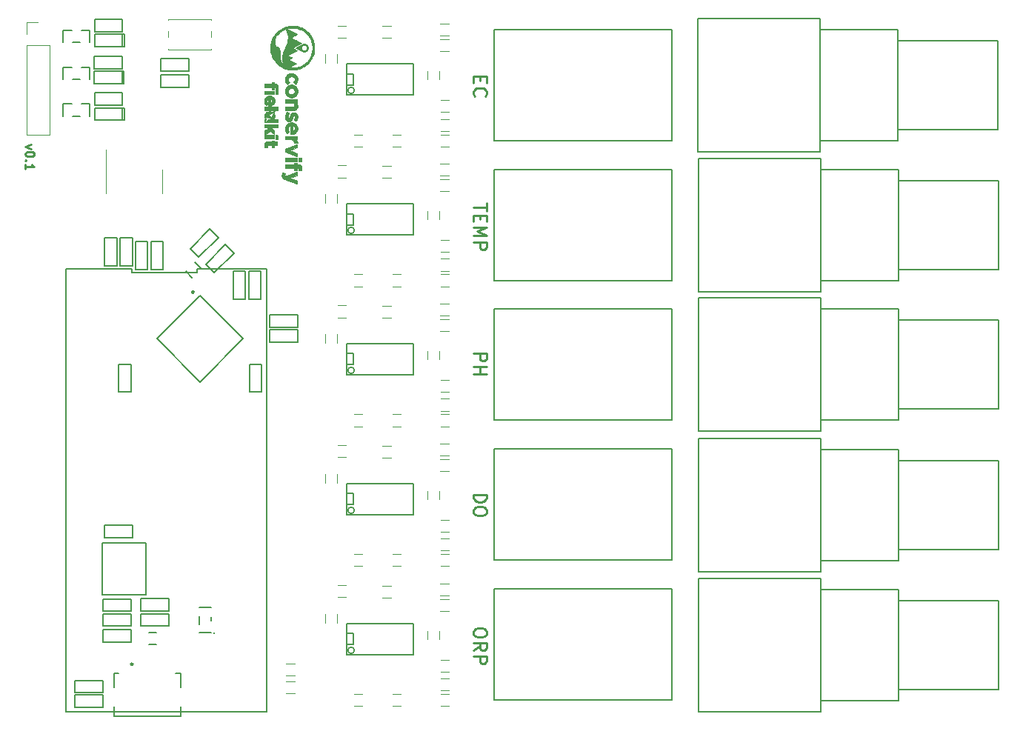
<source format=gbr>
G04 #@! TF.FileFunction,Legend,Top*
%FSLAX46Y46*%
G04 Gerber Fmt 4.6, Leading zero omitted, Abs format (unit mm)*
G04 Created by KiCad (PCBNEW 4.0.7-e1-6374~58~ubuntu16.04.1) date Tue Sep 12 09:30:24 2017*
%MOMM*%
%LPD*%
G01*
G04 APERTURE LIST*
%ADD10C,0.100000*%
%ADD11C,0.250000*%
%ADD12C,0.150000*%
%ADD13C,0.120000*%
%ADD14C,0.010000*%
%ADD15C,0.300000*%
G04 APERTURE END LIST*
D10*
D11*
X165032429Y-127770143D02*
X165032429Y-128055857D01*
X164961000Y-128198715D01*
X164818143Y-128341572D01*
X164532429Y-128413000D01*
X164032429Y-128413000D01*
X163746714Y-128341572D01*
X163603857Y-128198715D01*
X163532429Y-128055857D01*
X163532429Y-127770143D01*
X163603857Y-127627286D01*
X163746714Y-127484429D01*
X164032429Y-127413000D01*
X164532429Y-127413000D01*
X164818143Y-127484429D01*
X164961000Y-127627286D01*
X165032429Y-127770143D01*
X163532429Y-129913001D02*
X164246714Y-129413001D01*
X163532429Y-129055858D02*
X165032429Y-129055858D01*
X165032429Y-129627286D01*
X164961000Y-129770144D01*
X164889571Y-129841572D01*
X164746714Y-129913001D01*
X164532429Y-129913001D01*
X164389571Y-129841572D01*
X164318143Y-129770144D01*
X164246714Y-129627286D01*
X164246714Y-129055858D01*
X163532429Y-130555858D02*
X165032429Y-130555858D01*
X165032429Y-131127286D01*
X164961000Y-131270144D01*
X164889571Y-131341572D01*
X164746714Y-131413001D01*
X164532429Y-131413001D01*
X164389571Y-131341572D01*
X164318143Y-131270144D01*
X164246714Y-131127286D01*
X164246714Y-130555858D01*
X163532429Y-112105429D02*
X165032429Y-112105429D01*
X165032429Y-112462572D01*
X164961000Y-112676857D01*
X164818143Y-112819715D01*
X164675286Y-112891143D01*
X164389571Y-112962572D01*
X164175286Y-112962572D01*
X163889571Y-112891143D01*
X163746714Y-112819715D01*
X163603857Y-112676857D01*
X163532429Y-112462572D01*
X163532429Y-112105429D01*
X165032429Y-113891143D02*
X165032429Y-114176857D01*
X164961000Y-114319715D01*
X164818143Y-114462572D01*
X164532429Y-114534000D01*
X164032429Y-114534000D01*
X163746714Y-114462572D01*
X163603857Y-114319715D01*
X163532429Y-114176857D01*
X163532429Y-113891143D01*
X163603857Y-113748286D01*
X163746714Y-113605429D01*
X164032429Y-113534000D01*
X164532429Y-113534000D01*
X164818143Y-113605429D01*
X164961000Y-113748286D01*
X165032429Y-113891143D01*
X163532429Y-95976429D02*
X165032429Y-95976429D01*
X165032429Y-96547857D01*
X164961000Y-96690715D01*
X164889571Y-96762143D01*
X164746714Y-96833572D01*
X164532429Y-96833572D01*
X164389571Y-96762143D01*
X164318143Y-96690715D01*
X164246714Y-96547857D01*
X164246714Y-95976429D01*
X163532429Y-97476429D02*
X165032429Y-97476429D01*
X164318143Y-97476429D02*
X164318143Y-98333572D01*
X163532429Y-98333572D02*
X165032429Y-98333572D01*
X165032429Y-78819714D02*
X165032429Y-79676857D01*
X163532429Y-79248286D02*
X165032429Y-79248286D01*
X164318143Y-80176857D02*
X164318143Y-80676857D01*
X163532429Y-80891143D02*
X163532429Y-80176857D01*
X165032429Y-80176857D01*
X165032429Y-80891143D01*
X163532429Y-81534000D02*
X165032429Y-81534000D01*
X163961000Y-82034000D01*
X165032429Y-82534000D01*
X163532429Y-82534000D01*
X163532429Y-83248286D02*
X165032429Y-83248286D01*
X165032429Y-83819714D01*
X164961000Y-83962572D01*
X164889571Y-84034000D01*
X164746714Y-84105429D01*
X164532429Y-84105429D01*
X164389571Y-84034000D01*
X164318143Y-83962572D01*
X164246714Y-83819714D01*
X164246714Y-83248286D01*
X164318143Y-64333572D02*
X164318143Y-64833572D01*
X163532429Y-65047858D02*
X163532429Y-64333572D01*
X165032429Y-64333572D01*
X165032429Y-65047858D01*
X163675286Y-66547858D02*
X163603857Y-66476429D01*
X163532429Y-66262143D01*
X163532429Y-66119286D01*
X163603857Y-65905001D01*
X163746714Y-65762143D01*
X163889571Y-65690715D01*
X164175286Y-65619286D01*
X164389571Y-65619286D01*
X164675286Y-65690715D01*
X164818143Y-65762143D01*
X164961000Y-65905001D01*
X165032429Y-66119286D01*
X165032429Y-66262143D01*
X164961000Y-66476429D01*
X164889571Y-66547858D01*
X112990286Y-72104429D02*
X112323619Y-72342524D01*
X112990286Y-72580620D01*
X113323619Y-73152048D02*
X113323619Y-73247287D01*
X113276000Y-73342525D01*
X113228381Y-73390144D01*
X113133143Y-73437763D01*
X112942667Y-73485382D01*
X112704571Y-73485382D01*
X112514095Y-73437763D01*
X112418857Y-73390144D01*
X112371238Y-73342525D01*
X112323619Y-73247287D01*
X112323619Y-73152048D01*
X112371238Y-73056810D01*
X112418857Y-73009191D01*
X112514095Y-72961572D01*
X112704571Y-72913953D01*
X112942667Y-72913953D01*
X113133143Y-72961572D01*
X113228381Y-73009191D01*
X113276000Y-73056810D01*
X113323619Y-73152048D01*
X112418857Y-73913953D02*
X112371238Y-73961572D01*
X112323619Y-73913953D01*
X112371238Y-73866334D01*
X112418857Y-73913953D01*
X112323619Y-73913953D01*
X112323619Y-74913953D02*
X112323619Y-74342524D01*
X112323619Y-74628238D02*
X113323619Y-74628238D01*
X113180762Y-74533000D01*
X113085524Y-74437762D01*
X113037905Y-74342524D01*
D12*
X223504000Y-102358000D02*
X212074000Y-102358000D01*
X223504000Y-92198000D02*
X223504000Y-102358000D01*
X212074000Y-92198000D02*
X223504000Y-92198000D01*
X212074000Y-103628000D02*
X203184000Y-103628000D01*
X212074000Y-90928000D02*
X212074000Y-103628000D01*
X203184000Y-90928000D02*
X212074000Y-90928000D01*
X203184000Y-89658000D02*
X189214000Y-89658000D01*
X203184000Y-104898000D02*
X203184000Y-89658000D01*
X189214000Y-104898000D02*
X203184000Y-104898000D01*
X189214000Y-89658000D02*
X189214000Y-104898000D01*
D13*
X160753500Y-72308000D02*
X159753500Y-72308000D01*
X159753500Y-70948000D02*
X160753500Y-70948000D01*
X154249500Y-70948000D02*
X155249500Y-70948000D01*
X155249500Y-72308000D02*
X154249500Y-72308000D01*
X149847500Y-70948000D02*
X150847500Y-70948000D01*
X150847500Y-72308000D02*
X149847500Y-72308000D01*
X147983500Y-58502000D02*
X148983500Y-58502000D01*
X148983500Y-59862000D02*
X147983500Y-59862000D01*
X154110252Y-59879762D02*
X153110252Y-59879762D01*
X153110252Y-58519762D02*
X154110252Y-58519762D01*
X147936500Y-61750500D02*
X147936500Y-62750500D01*
X146576500Y-62750500D02*
X146576500Y-61750500D01*
X159620500Y-63678000D02*
X159620500Y-64678000D01*
X158260500Y-64678000D02*
X158260500Y-63678000D01*
X112436516Y-60732536D02*
X112436516Y-70952536D01*
X112436516Y-70952536D02*
X115096516Y-70952536D01*
X115096516Y-70952536D02*
X115096516Y-60732536D01*
X115096516Y-60732536D02*
X112436516Y-60732536D01*
X112436516Y-59462536D02*
X112436516Y-58132536D01*
X112436516Y-58132536D02*
X113766516Y-58132536D01*
X142121000Y-131400000D02*
X143121000Y-131400000D01*
X143121000Y-132760000D02*
X142121000Y-132760000D01*
X142121000Y-133432000D02*
X143121000Y-133432000D01*
X143121000Y-134792000D02*
X142121000Y-134792000D01*
X160753500Y-70530000D02*
X159753500Y-70530000D01*
X159753500Y-69170000D02*
X160753500Y-69170000D01*
X159690000Y-58303836D02*
X160690000Y-58303836D01*
X160690000Y-59663836D02*
X159690000Y-59663836D01*
X160753500Y-68371000D02*
X159753500Y-68371000D01*
X159753500Y-67011000D02*
X160753500Y-67011000D01*
X159690000Y-60081836D02*
X160690000Y-60081836D01*
X160690000Y-61441836D02*
X159690000Y-61441836D01*
D12*
X116937000Y-86276000D02*
X116937000Y-136906000D01*
X139857000Y-136906000D02*
X139857000Y-86276000D01*
X116937000Y-136906000D02*
X139857000Y-136906000D01*
X139857000Y-86276000D02*
X131950333Y-86276000D01*
X131950333Y-86276000D02*
X131950333Y-86726000D01*
X131950333Y-86726000D02*
X124443667Y-86726000D01*
X124443667Y-86726000D02*
X124443667Y-86276000D01*
X124443667Y-86276000D02*
X116937000Y-86276000D01*
X156654500Y-62865000D02*
X149034500Y-62865000D01*
X149034500Y-66421000D02*
X156654500Y-66421000D01*
X156654500Y-62865000D02*
X156654500Y-66421000D01*
X149034500Y-66421000D02*
X149034500Y-62865000D01*
X149901710Y-65913000D02*
G75*
G03X149901710Y-65913000I-359210J0D01*
G01*
X149034500Y-64008000D02*
X149796500Y-64008000D01*
X149796500Y-64008000D02*
X149796500Y-65278000D01*
X149796500Y-65278000D02*
X149034500Y-65278000D01*
X165925500Y-71628000D02*
X165925500Y-58928000D01*
X186245500Y-71628000D02*
X165925500Y-71628000D01*
X186245500Y-58928000D02*
X186245500Y-71628000D01*
X165925500Y-58928000D02*
X186245500Y-58928000D01*
D13*
X154249500Y-86948000D02*
X155249500Y-86948000D01*
X155249500Y-88308000D02*
X154249500Y-88308000D01*
X149847500Y-86948000D02*
X150847500Y-86948000D01*
X150847500Y-88308000D02*
X149847500Y-88308000D01*
X147983500Y-74502000D02*
X148983500Y-74502000D01*
X148983500Y-75862000D02*
X147983500Y-75862000D01*
X154110252Y-75879762D02*
X153110252Y-75879762D01*
X153110252Y-74519762D02*
X154110252Y-74519762D01*
X147936500Y-77750500D02*
X147936500Y-78750500D01*
X146576500Y-78750500D02*
X146576500Y-77750500D01*
X159620500Y-79678000D02*
X159620500Y-80678000D01*
X158260500Y-80678000D02*
X158260500Y-79678000D01*
X154249500Y-102948000D02*
X155249500Y-102948000D01*
X155249500Y-104308000D02*
X154249500Y-104308000D01*
X149847500Y-102948000D02*
X150847500Y-102948000D01*
X150847500Y-104308000D02*
X149847500Y-104308000D01*
X147983500Y-90502000D02*
X148983500Y-90502000D01*
X148983500Y-91862000D02*
X147983500Y-91862000D01*
X154110252Y-91879762D02*
X153110252Y-91879762D01*
X153110252Y-90519762D02*
X154110252Y-90519762D01*
X147936500Y-93750500D02*
X147936500Y-94750500D01*
X146576500Y-94750500D02*
X146576500Y-93750500D01*
X159620500Y-95678000D02*
X159620500Y-96678000D01*
X158260500Y-96678000D02*
X158260500Y-95678000D01*
X154249500Y-118948000D02*
X155249500Y-118948000D01*
X155249500Y-120308000D02*
X154249500Y-120308000D01*
X149847500Y-118948000D02*
X150847500Y-118948000D01*
X150847500Y-120308000D02*
X149847500Y-120308000D01*
X147983500Y-106502000D02*
X148983500Y-106502000D01*
X148983500Y-107862000D02*
X147983500Y-107862000D01*
X154110252Y-107879762D02*
X153110252Y-107879762D01*
X153110252Y-106519762D02*
X154110252Y-106519762D01*
X147936500Y-109750500D02*
X147936500Y-110750500D01*
X146576500Y-110750500D02*
X146576500Y-109750500D01*
X159620500Y-111678000D02*
X159620500Y-112678000D01*
X158260500Y-112678000D02*
X158260500Y-111678000D01*
X154249500Y-134948000D02*
X155249500Y-134948000D01*
X155249500Y-136308000D02*
X154249500Y-136308000D01*
X149847500Y-134948000D02*
X150847500Y-134948000D01*
X150847500Y-136308000D02*
X149847500Y-136308000D01*
X147983500Y-122502000D02*
X148983500Y-122502000D01*
X148983500Y-123862000D02*
X147983500Y-123862000D01*
X154110252Y-123879762D02*
X153110252Y-123879762D01*
X153110252Y-122519762D02*
X154110252Y-122519762D01*
X147936500Y-125750500D02*
X147936500Y-126750500D01*
X146576500Y-126750500D02*
X146576500Y-125750500D01*
X159620500Y-127678000D02*
X159620500Y-128678000D01*
X158260500Y-128678000D02*
X158260500Y-127678000D01*
X160753500Y-88308000D02*
X159753500Y-88308000D01*
X159753500Y-86948000D02*
X160753500Y-86948000D01*
X160753500Y-86530000D02*
X159753500Y-86530000D01*
X159753500Y-85170000D02*
X160753500Y-85170000D01*
X159690000Y-74303836D02*
X160690000Y-74303836D01*
X160690000Y-75663836D02*
X159690000Y-75663836D01*
X160753500Y-84371000D02*
X159753500Y-84371000D01*
X159753500Y-83011000D02*
X160753500Y-83011000D01*
X159690000Y-76081836D02*
X160690000Y-76081836D01*
X160690000Y-77441836D02*
X159690000Y-77441836D01*
X160753500Y-104308000D02*
X159753500Y-104308000D01*
X159753500Y-102948000D02*
X160753500Y-102948000D01*
X160753500Y-102530000D02*
X159753500Y-102530000D01*
X159753500Y-101170000D02*
X160753500Y-101170000D01*
X159690000Y-90303836D02*
X160690000Y-90303836D01*
X160690000Y-91663836D02*
X159690000Y-91663836D01*
X160753500Y-100371000D02*
X159753500Y-100371000D01*
X159753500Y-99011000D02*
X160753500Y-99011000D01*
X159690000Y-92081836D02*
X160690000Y-92081836D01*
X160690000Y-93441836D02*
X159690000Y-93441836D01*
X160753500Y-120308000D02*
X159753500Y-120308000D01*
X159753500Y-118948000D02*
X160753500Y-118948000D01*
X160753500Y-118530000D02*
X159753500Y-118530000D01*
X159753500Y-117170000D02*
X160753500Y-117170000D01*
X159690000Y-106303836D02*
X160690000Y-106303836D01*
X160690000Y-107663836D02*
X159690000Y-107663836D01*
X160753500Y-116371000D02*
X159753500Y-116371000D01*
X159753500Y-115011000D02*
X160753500Y-115011000D01*
X159690000Y-108081836D02*
X160690000Y-108081836D01*
X160690000Y-109441836D02*
X159690000Y-109441836D01*
X160753500Y-136308000D02*
X159753500Y-136308000D01*
X159753500Y-134948000D02*
X160753500Y-134948000D01*
X160753500Y-134530000D02*
X159753500Y-134530000D01*
X159753500Y-133170000D02*
X160753500Y-133170000D01*
X159690000Y-122303836D02*
X160690000Y-122303836D01*
X160690000Y-123663836D02*
X159690000Y-123663836D01*
X160753500Y-132371000D02*
X159753500Y-132371000D01*
X159753500Y-131011000D02*
X160753500Y-131011000D01*
X159690000Y-124081836D02*
X160690000Y-124081836D01*
X160690000Y-125441836D02*
X159690000Y-125441836D01*
D12*
X156654500Y-78865000D02*
X149034500Y-78865000D01*
X149034500Y-82421000D02*
X156654500Y-82421000D01*
X156654500Y-78865000D02*
X156654500Y-82421000D01*
X149034500Y-82421000D02*
X149034500Y-78865000D01*
X149901710Y-81913000D02*
G75*
G03X149901710Y-81913000I-359210J0D01*
G01*
X149034500Y-80008000D02*
X149796500Y-80008000D01*
X149796500Y-80008000D02*
X149796500Y-81278000D01*
X149796500Y-81278000D02*
X149034500Y-81278000D01*
X165925500Y-87628000D02*
X165925500Y-74928000D01*
X186245500Y-87628000D02*
X165925500Y-87628000D01*
X186245500Y-74928000D02*
X186245500Y-87628000D01*
X165925500Y-74928000D02*
X186245500Y-74928000D01*
X156654500Y-94865000D02*
X149034500Y-94865000D01*
X149034500Y-98421000D02*
X156654500Y-98421000D01*
X156654500Y-94865000D02*
X156654500Y-98421000D01*
X149034500Y-98421000D02*
X149034500Y-94865000D01*
X149901710Y-97913000D02*
G75*
G03X149901710Y-97913000I-359210J0D01*
G01*
X149034500Y-96008000D02*
X149796500Y-96008000D01*
X149796500Y-96008000D02*
X149796500Y-97278000D01*
X149796500Y-97278000D02*
X149034500Y-97278000D01*
X165925500Y-103628000D02*
X165925500Y-90928000D01*
X186245500Y-103628000D02*
X165925500Y-103628000D01*
X186245500Y-90928000D02*
X186245500Y-103628000D01*
X165925500Y-90928000D02*
X186245500Y-90928000D01*
X156654500Y-110865000D02*
X149034500Y-110865000D01*
X149034500Y-114421000D02*
X156654500Y-114421000D01*
X156654500Y-110865000D02*
X156654500Y-114421000D01*
X149034500Y-114421000D02*
X149034500Y-110865000D01*
X149901710Y-113913000D02*
G75*
G03X149901710Y-113913000I-359210J0D01*
G01*
X149034500Y-112008000D02*
X149796500Y-112008000D01*
X149796500Y-112008000D02*
X149796500Y-113278000D01*
X149796500Y-113278000D02*
X149034500Y-113278000D01*
X165925500Y-119628000D02*
X165925500Y-106928000D01*
X186245500Y-119628000D02*
X165925500Y-119628000D01*
X186245500Y-106928000D02*
X186245500Y-119628000D01*
X165925500Y-106928000D02*
X186245500Y-106928000D01*
X156654500Y-126865000D02*
X149034500Y-126865000D01*
X149034500Y-130421000D02*
X156654500Y-130421000D01*
X156654500Y-126865000D02*
X156654500Y-130421000D01*
X149034500Y-130421000D02*
X149034500Y-126865000D01*
X149901710Y-129913000D02*
G75*
G03X149901710Y-129913000I-359210J0D01*
G01*
X149034500Y-128008000D02*
X149796500Y-128008000D01*
X149796500Y-128008000D02*
X149796500Y-129278000D01*
X149796500Y-129278000D02*
X149034500Y-129278000D01*
X165925500Y-135628000D02*
X165925500Y-122928000D01*
X186245500Y-135628000D02*
X165925500Y-135628000D01*
X186245500Y-122928000D02*
X186245500Y-135628000D01*
X165925500Y-122928000D02*
X186245500Y-122928000D01*
X223440500Y-70358000D02*
X212010500Y-70358000D01*
X223440500Y-60198000D02*
X223440500Y-70358000D01*
X212010500Y-60198000D02*
X223440500Y-60198000D01*
X212010500Y-71628000D02*
X203120500Y-71628000D01*
X212010500Y-58928000D02*
X212010500Y-71628000D01*
X203120500Y-58928000D02*
X212010500Y-58928000D01*
X203120500Y-57658000D02*
X189150500Y-57658000D01*
X203120500Y-72898000D02*
X203120500Y-57658000D01*
X189150500Y-72898000D02*
X203120500Y-72898000D01*
X189150500Y-57658000D02*
X189150500Y-72898000D01*
X223504000Y-86360000D02*
X212074000Y-86360000D01*
X223504000Y-76200000D02*
X223504000Y-86360000D01*
X212074000Y-76200000D02*
X223504000Y-76200000D01*
X212074000Y-87630000D02*
X203184000Y-87630000D01*
X212074000Y-74930000D02*
X212074000Y-87630000D01*
X203184000Y-74930000D02*
X212074000Y-74930000D01*
X203184000Y-73660000D02*
X189214000Y-73660000D01*
X203184000Y-88900000D02*
X203184000Y-73660000D01*
X189214000Y-88900000D02*
X203184000Y-88900000D01*
X189214000Y-73660000D02*
X189214000Y-88900000D01*
X223504000Y-118364000D02*
X212074000Y-118364000D01*
X223504000Y-108204000D02*
X223504000Y-118364000D01*
X212074000Y-108204000D02*
X223504000Y-108204000D01*
X212074000Y-119634000D02*
X203184000Y-119634000D01*
X212074000Y-106934000D02*
X212074000Y-119634000D01*
X203184000Y-106934000D02*
X212074000Y-106934000D01*
X203184000Y-105664000D02*
X189214000Y-105664000D01*
X203184000Y-120904000D02*
X203184000Y-105664000D01*
X189214000Y-120904000D02*
X203184000Y-120904000D01*
X189214000Y-105664000D02*
X189214000Y-120904000D01*
X223504000Y-134366000D02*
X212074000Y-134366000D01*
X223504000Y-124206000D02*
X223504000Y-134366000D01*
X212074000Y-124206000D02*
X223504000Y-124206000D01*
X212074000Y-135636000D02*
X203184000Y-135636000D01*
X212074000Y-122936000D02*
X212074000Y-135636000D01*
X203184000Y-122936000D02*
X212074000Y-122936000D01*
X203184000Y-121666000D02*
X189214000Y-121666000D01*
X203184000Y-136906000D02*
X203184000Y-121666000D01*
X189214000Y-136906000D02*
X203184000Y-136906000D01*
X189214000Y-121666000D02*
X189214000Y-136906000D01*
D14*
G36*
X145341823Y-61110105D02*
X145341227Y-61165983D01*
X145340009Y-61214095D01*
X145337985Y-61256908D01*
X145334973Y-61296886D01*
X145330789Y-61336497D01*
X145325249Y-61378205D01*
X145318171Y-61424476D01*
X145309996Y-61474067D01*
X145274944Y-61644422D01*
X145227930Y-61811332D01*
X145169368Y-61974208D01*
X145099670Y-62132462D01*
X145019249Y-62285504D01*
X144928519Y-62432745D01*
X144827893Y-62573596D01*
X144717783Y-62707467D01*
X144598603Y-62833769D01*
X144470766Y-62951913D01*
X144334685Y-63061309D01*
X144190772Y-63161369D01*
X144079759Y-63228895D01*
X143921491Y-63312500D01*
X143759707Y-63383923D01*
X143594357Y-63443178D01*
X143425387Y-63490277D01*
X143252746Y-63525232D01*
X143076381Y-63548056D01*
X142896239Y-63558763D01*
X142721368Y-63557714D01*
X142546488Y-63544953D01*
X142373437Y-63519801D01*
X142202854Y-63482511D01*
X142035378Y-63433337D01*
X141871649Y-63372530D01*
X141712305Y-63300345D01*
X141557985Y-63217034D01*
X141409330Y-63122851D01*
X141266978Y-63018049D01*
X141182976Y-62948550D01*
X141141546Y-62911231D01*
X141094916Y-62866680D01*
X141045538Y-62817437D01*
X140995866Y-62766045D01*
X140948352Y-62715043D01*
X140905449Y-62666973D01*
X140869611Y-62624377D01*
X140867327Y-62621538D01*
X140760470Y-62478319D01*
X140664324Y-62328874D01*
X140579267Y-62173893D01*
X140505681Y-62014061D01*
X140448378Y-61863146D01*
X140396091Y-61691060D01*
X140356204Y-61516881D01*
X140328780Y-61341094D01*
X140313885Y-61164185D01*
X140311585Y-60986641D01*
X140316560Y-60875721D01*
X140334744Y-60698683D01*
X140365195Y-60524292D01*
X140407648Y-60353128D01*
X140461839Y-60185774D01*
X140527503Y-60022812D01*
X140604376Y-59864823D01*
X140692194Y-59712390D01*
X140790691Y-59566094D01*
X140899604Y-59426518D01*
X141018669Y-59294243D01*
X141049467Y-59262906D01*
X141179388Y-59141812D01*
X141316391Y-59031010D01*
X141459877Y-58930677D01*
X141609247Y-58840991D01*
X141763903Y-58762130D01*
X141923245Y-58694271D01*
X142045403Y-58651905D01*
X142045403Y-58899636D01*
X142036614Y-58900890D01*
X142018141Y-58906717D01*
X141991841Y-58916384D01*
X141959566Y-58929157D01*
X141923172Y-58944302D01*
X141884513Y-58961085D01*
X141845541Y-58978728D01*
X141809779Y-58996322D01*
X141766517Y-59019245D01*
X141718801Y-59045746D01*
X141669675Y-59074077D01*
X141622185Y-59102487D01*
X141579377Y-59129229D01*
X141551181Y-59147813D01*
X141432105Y-59235030D01*
X141316704Y-59331647D01*
X141206850Y-59435797D01*
X141104421Y-59545611D01*
X141011290Y-59659221D01*
X140943967Y-59752734D01*
X140908838Y-59813445D01*
X140877553Y-59885477D01*
X140850359Y-59967970D01*
X140827504Y-60060064D01*
X140809238Y-60160900D01*
X140796468Y-60262946D01*
X140794320Y-60296191D01*
X140793380Y-60338000D01*
X140793603Y-60384298D01*
X140794941Y-60431009D01*
X140797347Y-60474059D01*
X140799159Y-60495205D01*
X140811138Y-60578839D01*
X140829454Y-60656283D01*
X140853611Y-60726100D01*
X140883111Y-60786852D01*
X140917210Y-60836799D01*
X140947855Y-60869581D01*
X140980355Y-60894074D01*
X141017794Y-60911966D01*
X141063256Y-60924947D01*
X141086415Y-60929507D01*
X141147241Y-60943307D01*
X141197594Y-60961775D01*
X141239148Y-60985870D01*
X141273576Y-61016547D01*
X141300988Y-61052325D01*
X141320281Y-61085932D01*
X141336825Y-61123324D01*
X141350776Y-61165535D01*
X141362289Y-61213596D01*
X141371520Y-61268538D01*
X141378626Y-61331393D01*
X141383761Y-61403193D01*
X141387081Y-61484970D01*
X141388744Y-61577755D01*
X141389008Y-61635202D01*
X141390745Y-61784286D01*
X141395765Y-61921281D01*
X141404067Y-62046148D01*
X141415646Y-62158849D01*
X141430500Y-62259346D01*
X141443790Y-62326696D01*
X141477194Y-62452192D01*
X141520095Y-62571805D01*
X141572021Y-62684678D01*
X141632499Y-62789954D01*
X141701057Y-62886777D01*
X141777221Y-62974291D01*
X141828494Y-63023894D01*
X141854225Y-63047140D01*
X141820834Y-62980605D01*
X141804442Y-62946681D01*
X141787521Y-62909569D01*
X141772556Y-62874810D01*
X141765535Y-62857352D01*
X141749611Y-62811635D01*
X141733364Y-62757001D01*
X141717711Y-62697171D01*
X141703573Y-62635865D01*
X141691867Y-62576806D01*
X141683910Y-62526721D01*
X141679275Y-62482056D01*
X141675815Y-62427976D01*
X141673558Y-62367712D01*
X141672532Y-62304496D01*
X141672762Y-62241561D01*
X141674278Y-62182138D01*
X141677106Y-62129460D01*
X141680264Y-62094921D01*
X141705378Y-61926853D01*
X141742019Y-61756139D01*
X141789760Y-61584418D01*
X141848174Y-61413329D01*
X141878621Y-61335016D01*
X141889343Y-61308644D01*
X141899605Y-61283839D01*
X141910063Y-61259134D01*
X141921375Y-61233061D01*
X141934196Y-61204151D01*
X141949184Y-61170936D01*
X141966994Y-61131948D01*
X141988285Y-61085718D01*
X142013712Y-61030779D01*
X142040729Y-60972558D01*
X142113512Y-60804265D01*
X142175076Y-60637200D01*
X142225396Y-60471740D01*
X142264449Y-60308262D01*
X142292209Y-60147142D01*
X142308650Y-59988758D01*
X142313749Y-59833486D01*
X142307480Y-59681704D01*
X142289819Y-59533788D01*
X142260740Y-59390115D01*
X142220218Y-59251063D01*
X142168229Y-59117008D01*
X142164025Y-59107520D01*
X142149527Y-59076623D01*
X142132650Y-59043128D01*
X142114538Y-59009036D01*
X142096330Y-58976347D01*
X142079169Y-58947061D01*
X142064197Y-58923179D01*
X142052553Y-58906701D01*
X142045403Y-58899636D01*
X142045403Y-58651905D01*
X142086675Y-58637591D01*
X142253593Y-58592269D01*
X142423401Y-58558482D01*
X142595500Y-58536407D01*
X142769292Y-58526223D01*
X142897266Y-58527600D01*
X142897266Y-58758397D01*
X142822174Y-58758431D01*
X142745168Y-58760236D01*
X142669472Y-58763717D01*
X142598314Y-58768782D01*
X142534918Y-58775336D01*
X142506706Y-58779208D01*
X142463782Y-58786182D01*
X142418453Y-58794348D01*
X142372317Y-58803336D01*
X142326973Y-58812775D01*
X142284019Y-58822295D01*
X142245052Y-58831527D01*
X142211672Y-58840101D01*
X142185477Y-58847647D01*
X142168065Y-58853795D01*
X142161034Y-58858175D01*
X142161249Y-58859154D01*
X142167211Y-58862397D01*
X142183756Y-58871023D01*
X142210147Y-58884654D01*
X142245648Y-58902915D01*
X142289524Y-58925428D01*
X142341037Y-58951817D01*
X142399452Y-58981704D01*
X142464032Y-59014713D01*
X142534041Y-59050466D01*
X142608743Y-59088588D01*
X142687402Y-59128700D01*
X142769281Y-59170427D01*
X142772004Y-59171814D01*
X142853954Y-59213601D01*
X142932680Y-59253819D01*
X143007447Y-59292091D01*
X143077522Y-59328036D01*
X143142171Y-59361276D01*
X143200659Y-59391432D01*
X143252253Y-59418125D01*
X143296219Y-59440975D01*
X143331822Y-59459603D01*
X143358329Y-59473631D01*
X143375005Y-59482679D01*
X143381117Y-59486368D01*
X143381130Y-59486395D01*
X143375934Y-59490170D01*
X143360445Y-59499376D01*
X143335593Y-59513503D01*
X143302310Y-59532039D01*
X143261525Y-59554473D01*
X143214171Y-59580294D01*
X143161177Y-59608992D01*
X143103474Y-59640054D01*
X143041993Y-59672970D01*
X143020855Y-59684247D01*
X142958285Y-59717666D01*
X142899143Y-59749382D01*
X142844364Y-59778886D01*
X142794885Y-59805667D01*
X142751641Y-59829215D01*
X142715566Y-59849022D01*
X142687596Y-59864576D01*
X142668667Y-59875368D01*
X142659713Y-59880889D01*
X142659106Y-59881467D01*
X142664625Y-59884927D01*
X142680687Y-59893824D01*
X142706552Y-59907768D01*
X142741476Y-59926370D01*
X142784720Y-59949240D01*
X142835542Y-59975988D01*
X142893200Y-60006225D01*
X142956954Y-60039561D01*
X143026061Y-60075607D01*
X143099780Y-60113973D01*
X143177370Y-60154270D01*
X143244894Y-60189274D01*
X143325250Y-60230913D01*
X143402431Y-60270943D01*
X143475688Y-60308973D01*
X143544273Y-60344614D01*
X143607437Y-60377474D01*
X143664433Y-60407164D01*
X143714512Y-60433295D01*
X143756925Y-60455475D01*
X143790925Y-60473315D01*
X143815763Y-60486425D01*
X143830691Y-60494415D01*
X143835020Y-60496879D01*
X143830183Y-60500408D01*
X143814904Y-60509474D01*
X143789956Y-60523655D01*
X143756113Y-60542527D01*
X143714148Y-60565668D01*
X143664834Y-60592655D01*
X143608943Y-60623065D01*
X143547249Y-60656475D01*
X143480525Y-60692463D01*
X143409544Y-60730605D01*
X143335080Y-60770479D01*
X143322325Y-60777296D01*
X143247262Y-60817432D01*
X143175472Y-60855885D01*
X143107737Y-60892232D01*
X143044837Y-60926050D01*
X142987553Y-60956919D01*
X142936667Y-60984416D01*
X142892958Y-61008118D01*
X142857209Y-61027604D01*
X142830199Y-61042452D01*
X142812711Y-61052239D01*
X142805524Y-61056544D01*
X142805382Y-61056696D01*
X142810865Y-61060155D01*
X142826548Y-61068844D01*
X142851337Y-61082184D01*
X142884136Y-61099597D01*
X142923852Y-61120504D01*
X142969390Y-61144327D01*
X143019656Y-61170488D01*
X143073554Y-61198409D01*
X143075189Y-61199254D01*
X143129185Y-61227244D01*
X143179575Y-61253534D01*
X143225265Y-61277540D01*
X143265160Y-61298679D01*
X143298166Y-61316368D01*
X143323188Y-61330023D01*
X143339132Y-61339062D01*
X143344902Y-61342902D01*
X143344906Y-61342929D01*
X143339435Y-61346490D01*
X143323551Y-61355588D01*
X143298052Y-61369791D01*
X143263734Y-61388666D01*
X143221395Y-61411780D01*
X143171832Y-61438700D01*
X143115840Y-61468993D01*
X143054218Y-61502227D01*
X142987762Y-61537968D01*
X142917269Y-61575784D01*
X142848019Y-61612845D01*
X142773822Y-61652517D01*
X142702440Y-61690701D01*
X142634722Y-61726940D01*
X142571517Y-61760781D01*
X142513673Y-61791769D01*
X142462039Y-61819448D01*
X142417462Y-61843365D01*
X142380791Y-61863064D01*
X142352874Y-61878090D01*
X142334560Y-61887990D01*
X142327044Y-61892109D01*
X142302956Y-61905749D01*
X142555644Y-62036419D01*
X142607824Y-62063518D01*
X142656327Y-62088930D01*
X142700028Y-62112050D01*
X142737800Y-62132271D01*
X142768518Y-62148988D01*
X142791056Y-62161594D01*
X142804287Y-62169482D01*
X142807424Y-62171963D01*
X142801807Y-62175969D01*
X142786223Y-62185224D01*
X142761925Y-62199029D01*
X142730167Y-62216689D01*
X142692203Y-62237505D01*
X142649287Y-62260780D01*
X142602769Y-62285766D01*
X142556384Y-62310716D01*
X142513907Y-62333856D01*
X142476555Y-62354502D01*
X142445545Y-62371966D01*
X142422095Y-62385564D01*
X142407423Y-62394609D01*
X142402745Y-62398416D01*
X142402756Y-62398428D01*
X142408866Y-62401877D01*
X142425378Y-62410688D01*
X142451407Y-62424400D01*
X142486068Y-62442552D01*
X142528478Y-62464684D01*
X142577751Y-62490333D01*
X142633003Y-62519040D01*
X142693350Y-62550342D01*
X142757906Y-62583780D01*
X142825788Y-62618892D01*
X142827962Y-62620017D01*
X142895826Y-62655137D01*
X142960302Y-62688586D01*
X143020517Y-62719907D01*
X143075598Y-62748641D01*
X143124669Y-62774328D01*
X143166856Y-62796510D01*
X143201285Y-62814729D01*
X143227083Y-62828526D01*
X143243374Y-62837443D01*
X143249284Y-62841020D01*
X143249292Y-62841046D01*
X143243909Y-62844661D01*
X143228392Y-62854094D01*
X143203616Y-62868834D01*
X143170458Y-62888367D01*
X143129792Y-62912183D01*
X143082495Y-62939769D01*
X143029442Y-62970614D01*
X142971510Y-63004205D01*
X142909573Y-63040030D01*
X142858855Y-63069305D01*
X142794518Y-63106508D01*
X142733621Y-63141916D01*
X142677025Y-63175017D01*
X142625594Y-63205295D01*
X142580190Y-63232237D01*
X142541675Y-63255330D01*
X142510912Y-63274060D01*
X142488762Y-63287914D01*
X142476089Y-63296378D01*
X142473346Y-63298916D01*
X142483836Y-63303140D01*
X142505357Y-63307366D01*
X142536238Y-63311466D01*
X142574812Y-63315313D01*
X142619408Y-63318778D01*
X142668358Y-63321735D01*
X142719992Y-63324054D01*
X142772642Y-63325608D01*
X142824638Y-63326269D01*
X142830556Y-63326282D01*
X142939771Y-63324626D01*
X143040376Y-63319148D01*
X143135992Y-63309447D01*
X143230241Y-63295116D01*
X143326743Y-63275754D01*
X143367131Y-63266427D01*
X143528600Y-63221789D01*
X143684035Y-63166307D01*
X143834408Y-63099555D01*
X143980691Y-63021107D01*
X144106906Y-62941993D01*
X144172888Y-62896490D01*
X144232586Y-62852304D01*
X144288923Y-62807012D01*
X144344820Y-62758189D01*
X144403200Y-62703410D01*
X144450079Y-62657252D01*
X144530991Y-62573222D01*
X144602809Y-62491762D01*
X144667867Y-62409908D01*
X144728504Y-62324698D01*
X144787055Y-62233167D01*
X144795698Y-62218884D01*
X144877035Y-62071469D01*
X144946666Y-61919831D01*
X145004611Y-61764630D01*
X145050886Y-61606526D01*
X145085510Y-61446181D01*
X145108501Y-61284253D01*
X145119876Y-61121405D01*
X145119654Y-60958297D01*
X145107853Y-60795590D01*
X145084490Y-60633943D01*
X145049584Y-60474018D01*
X145003152Y-60316475D01*
X144945213Y-60161974D01*
X144875785Y-60011177D01*
X144794885Y-59864744D01*
X144728806Y-59761296D01*
X144628645Y-59624562D01*
X144519492Y-59496499D01*
X144401921Y-59377444D01*
X144276506Y-59267733D01*
X144143820Y-59167704D01*
X144004439Y-59077692D01*
X143858936Y-58998036D01*
X143707885Y-58929070D01*
X143551860Y-58871133D01*
X143391435Y-58824561D01*
X143227185Y-58789691D01*
X143059683Y-58766858D01*
X143028801Y-58764016D01*
X142967217Y-58760227D01*
X142897266Y-58758397D01*
X142897266Y-58527600D01*
X142944176Y-58528106D01*
X143119555Y-58542235D01*
X143294829Y-58568787D01*
X143351689Y-58580125D01*
X143522766Y-58622621D01*
X143688958Y-58676536D01*
X143849825Y-58741415D01*
X144004930Y-58816803D01*
X144153835Y-58902245D01*
X144296100Y-58997287D01*
X144431289Y-59101474D01*
X144558962Y-59214351D01*
X144678683Y-59335463D01*
X144790011Y-59464356D01*
X144892510Y-59600574D01*
X144985741Y-59743664D01*
X145069266Y-59893170D01*
X145142646Y-60048638D01*
X145205444Y-60209613D01*
X145257221Y-60375639D01*
X145297539Y-60546263D01*
X145309761Y-60612196D01*
X145318496Y-60664428D01*
X145325517Y-60710185D01*
X145331007Y-60751906D01*
X145335148Y-60792028D01*
X145338121Y-60832987D01*
X145340109Y-60877223D01*
X145341293Y-60927171D01*
X145341856Y-60985269D01*
X145341981Y-61043996D01*
X145341823Y-61110105D01*
X145341823Y-61110105D01*
G37*
X145341823Y-61110105D02*
X145341227Y-61165983D01*
X145340009Y-61214095D01*
X145337985Y-61256908D01*
X145334973Y-61296886D01*
X145330789Y-61336497D01*
X145325249Y-61378205D01*
X145318171Y-61424476D01*
X145309996Y-61474067D01*
X145274944Y-61644422D01*
X145227930Y-61811332D01*
X145169368Y-61974208D01*
X145099670Y-62132462D01*
X145019249Y-62285504D01*
X144928519Y-62432745D01*
X144827893Y-62573596D01*
X144717783Y-62707467D01*
X144598603Y-62833769D01*
X144470766Y-62951913D01*
X144334685Y-63061309D01*
X144190772Y-63161369D01*
X144079759Y-63228895D01*
X143921491Y-63312500D01*
X143759707Y-63383923D01*
X143594357Y-63443178D01*
X143425387Y-63490277D01*
X143252746Y-63525232D01*
X143076381Y-63548056D01*
X142896239Y-63558763D01*
X142721368Y-63557714D01*
X142546488Y-63544953D01*
X142373437Y-63519801D01*
X142202854Y-63482511D01*
X142035378Y-63433337D01*
X141871649Y-63372530D01*
X141712305Y-63300345D01*
X141557985Y-63217034D01*
X141409330Y-63122851D01*
X141266978Y-63018049D01*
X141182976Y-62948550D01*
X141141546Y-62911231D01*
X141094916Y-62866680D01*
X141045538Y-62817437D01*
X140995866Y-62766045D01*
X140948352Y-62715043D01*
X140905449Y-62666973D01*
X140869611Y-62624377D01*
X140867327Y-62621538D01*
X140760470Y-62478319D01*
X140664324Y-62328874D01*
X140579267Y-62173893D01*
X140505681Y-62014061D01*
X140448378Y-61863146D01*
X140396091Y-61691060D01*
X140356204Y-61516881D01*
X140328780Y-61341094D01*
X140313885Y-61164185D01*
X140311585Y-60986641D01*
X140316560Y-60875721D01*
X140334744Y-60698683D01*
X140365195Y-60524292D01*
X140407648Y-60353128D01*
X140461839Y-60185774D01*
X140527503Y-60022812D01*
X140604376Y-59864823D01*
X140692194Y-59712390D01*
X140790691Y-59566094D01*
X140899604Y-59426518D01*
X141018669Y-59294243D01*
X141049467Y-59262906D01*
X141179388Y-59141812D01*
X141316391Y-59031010D01*
X141459877Y-58930677D01*
X141609247Y-58840991D01*
X141763903Y-58762130D01*
X141923245Y-58694271D01*
X142045403Y-58651905D01*
X142045403Y-58899636D01*
X142036614Y-58900890D01*
X142018141Y-58906717D01*
X141991841Y-58916384D01*
X141959566Y-58929157D01*
X141923172Y-58944302D01*
X141884513Y-58961085D01*
X141845541Y-58978728D01*
X141809779Y-58996322D01*
X141766517Y-59019245D01*
X141718801Y-59045746D01*
X141669675Y-59074077D01*
X141622185Y-59102487D01*
X141579377Y-59129229D01*
X141551181Y-59147813D01*
X141432105Y-59235030D01*
X141316704Y-59331647D01*
X141206850Y-59435797D01*
X141104421Y-59545611D01*
X141011290Y-59659221D01*
X140943967Y-59752734D01*
X140908838Y-59813445D01*
X140877553Y-59885477D01*
X140850359Y-59967970D01*
X140827504Y-60060064D01*
X140809238Y-60160900D01*
X140796468Y-60262946D01*
X140794320Y-60296191D01*
X140793380Y-60338000D01*
X140793603Y-60384298D01*
X140794941Y-60431009D01*
X140797347Y-60474059D01*
X140799159Y-60495205D01*
X140811138Y-60578839D01*
X140829454Y-60656283D01*
X140853611Y-60726100D01*
X140883111Y-60786852D01*
X140917210Y-60836799D01*
X140947855Y-60869581D01*
X140980355Y-60894074D01*
X141017794Y-60911966D01*
X141063256Y-60924947D01*
X141086415Y-60929507D01*
X141147241Y-60943307D01*
X141197594Y-60961775D01*
X141239148Y-60985870D01*
X141273576Y-61016547D01*
X141300988Y-61052325D01*
X141320281Y-61085932D01*
X141336825Y-61123324D01*
X141350776Y-61165535D01*
X141362289Y-61213596D01*
X141371520Y-61268538D01*
X141378626Y-61331393D01*
X141383761Y-61403193D01*
X141387081Y-61484970D01*
X141388744Y-61577755D01*
X141389008Y-61635202D01*
X141390745Y-61784286D01*
X141395765Y-61921281D01*
X141404067Y-62046148D01*
X141415646Y-62158849D01*
X141430500Y-62259346D01*
X141443790Y-62326696D01*
X141477194Y-62452192D01*
X141520095Y-62571805D01*
X141572021Y-62684678D01*
X141632499Y-62789954D01*
X141701057Y-62886777D01*
X141777221Y-62974291D01*
X141828494Y-63023894D01*
X141854225Y-63047140D01*
X141820834Y-62980605D01*
X141804442Y-62946681D01*
X141787521Y-62909569D01*
X141772556Y-62874810D01*
X141765535Y-62857352D01*
X141749611Y-62811635D01*
X141733364Y-62757001D01*
X141717711Y-62697171D01*
X141703573Y-62635865D01*
X141691867Y-62576806D01*
X141683910Y-62526721D01*
X141679275Y-62482056D01*
X141675815Y-62427976D01*
X141673558Y-62367712D01*
X141672532Y-62304496D01*
X141672762Y-62241561D01*
X141674278Y-62182138D01*
X141677106Y-62129460D01*
X141680264Y-62094921D01*
X141705378Y-61926853D01*
X141742019Y-61756139D01*
X141789760Y-61584418D01*
X141848174Y-61413329D01*
X141878621Y-61335016D01*
X141889343Y-61308644D01*
X141899605Y-61283839D01*
X141910063Y-61259134D01*
X141921375Y-61233061D01*
X141934196Y-61204151D01*
X141949184Y-61170936D01*
X141966994Y-61131948D01*
X141988285Y-61085718D01*
X142013712Y-61030779D01*
X142040729Y-60972558D01*
X142113512Y-60804265D01*
X142175076Y-60637200D01*
X142225396Y-60471740D01*
X142264449Y-60308262D01*
X142292209Y-60147142D01*
X142308650Y-59988758D01*
X142313749Y-59833486D01*
X142307480Y-59681704D01*
X142289819Y-59533788D01*
X142260740Y-59390115D01*
X142220218Y-59251063D01*
X142168229Y-59117008D01*
X142164025Y-59107520D01*
X142149527Y-59076623D01*
X142132650Y-59043128D01*
X142114538Y-59009036D01*
X142096330Y-58976347D01*
X142079169Y-58947061D01*
X142064197Y-58923179D01*
X142052553Y-58906701D01*
X142045403Y-58899636D01*
X142045403Y-58651905D01*
X142086675Y-58637591D01*
X142253593Y-58592269D01*
X142423401Y-58558482D01*
X142595500Y-58536407D01*
X142769292Y-58526223D01*
X142897266Y-58527600D01*
X142897266Y-58758397D01*
X142822174Y-58758431D01*
X142745168Y-58760236D01*
X142669472Y-58763717D01*
X142598314Y-58768782D01*
X142534918Y-58775336D01*
X142506706Y-58779208D01*
X142463782Y-58786182D01*
X142418453Y-58794348D01*
X142372317Y-58803336D01*
X142326973Y-58812775D01*
X142284019Y-58822295D01*
X142245052Y-58831527D01*
X142211672Y-58840101D01*
X142185477Y-58847647D01*
X142168065Y-58853795D01*
X142161034Y-58858175D01*
X142161249Y-58859154D01*
X142167211Y-58862397D01*
X142183756Y-58871023D01*
X142210147Y-58884654D01*
X142245648Y-58902915D01*
X142289524Y-58925428D01*
X142341037Y-58951817D01*
X142399452Y-58981704D01*
X142464032Y-59014713D01*
X142534041Y-59050466D01*
X142608743Y-59088588D01*
X142687402Y-59128700D01*
X142769281Y-59170427D01*
X142772004Y-59171814D01*
X142853954Y-59213601D01*
X142932680Y-59253819D01*
X143007447Y-59292091D01*
X143077522Y-59328036D01*
X143142171Y-59361276D01*
X143200659Y-59391432D01*
X143252253Y-59418125D01*
X143296219Y-59440975D01*
X143331822Y-59459603D01*
X143358329Y-59473631D01*
X143375005Y-59482679D01*
X143381117Y-59486368D01*
X143381130Y-59486395D01*
X143375934Y-59490170D01*
X143360445Y-59499376D01*
X143335593Y-59513503D01*
X143302310Y-59532039D01*
X143261525Y-59554473D01*
X143214171Y-59580294D01*
X143161177Y-59608992D01*
X143103474Y-59640054D01*
X143041993Y-59672970D01*
X143020855Y-59684247D01*
X142958285Y-59717666D01*
X142899143Y-59749382D01*
X142844364Y-59778886D01*
X142794885Y-59805667D01*
X142751641Y-59829215D01*
X142715566Y-59849022D01*
X142687596Y-59864576D01*
X142668667Y-59875368D01*
X142659713Y-59880889D01*
X142659106Y-59881467D01*
X142664625Y-59884927D01*
X142680687Y-59893824D01*
X142706552Y-59907768D01*
X142741476Y-59926370D01*
X142784720Y-59949240D01*
X142835542Y-59975988D01*
X142893200Y-60006225D01*
X142956954Y-60039561D01*
X143026061Y-60075607D01*
X143099780Y-60113973D01*
X143177370Y-60154270D01*
X143244894Y-60189274D01*
X143325250Y-60230913D01*
X143402431Y-60270943D01*
X143475688Y-60308973D01*
X143544273Y-60344614D01*
X143607437Y-60377474D01*
X143664433Y-60407164D01*
X143714512Y-60433295D01*
X143756925Y-60455475D01*
X143790925Y-60473315D01*
X143815763Y-60486425D01*
X143830691Y-60494415D01*
X143835020Y-60496879D01*
X143830183Y-60500408D01*
X143814904Y-60509474D01*
X143789956Y-60523655D01*
X143756113Y-60542527D01*
X143714148Y-60565668D01*
X143664834Y-60592655D01*
X143608943Y-60623065D01*
X143547249Y-60656475D01*
X143480525Y-60692463D01*
X143409544Y-60730605D01*
X143335080Y-60770479D01*
X143322325Y-60777296D01*
X143247262Y-60817432D01*
X143175472Y-60855885D01*
X143107737Y-60892232D01*
X143044837Y-60926050D01*
X142987553Y-60956919D01*
X142936667Y-60984416D01*
X142892958Y-61008118D01*
X142857209Y-61027604D01*
X142830199Y-61042452D01*
X142812711Y-61052239D01*
X142805524Y-61056544D01*
X142805382Y-61056696D01*
X142810865Y-61060155D01*
X142826548Y-61068844D01*
X142851337Y-61082184D01*
X142884136Y-61099597D01*
X142923852Y-61120504D01*
X142969390Y-61144327D01*
X143019656Y-61170488D01*
X143073554Y-61198409D01*
X143075189Y-61199254D01*
X143129185Y-61227244D01*
X143179575Y-61253534D01*
X143225265Y-61277540D01*
X143265160Y-61298679D01*
X143298166Y-61316368D01*
X143323188Y-61330023D01*
X143339132Y-61339062D01*
X143344902Y-61342902D01*
X143344906Y-61342929D01*
X143339435Y-61346490D01*
X143323551Y-61355588D01*
X143298052Y-61369791D01*
X143263734Y-61388666D01*
X143221395Y-61411780D01*
X143171832Y-61438700D01*
X143115840Y-61468993D01*
X143054218Y-61502227D01*
X142987762Y-61537968D01*
X142917269Y-61575784D01*
X142848019Y-61612845D01*
X142773822Y-61652517D01*
X142702440Y-61690701D01*
X142634722Y-61726940D01*
X142571517Y-61760781D01*
X142513673Y-61791769D01*
X142462039Y-61819448D01*
X142417462Y-61843365D01*
X142380791Y-61863064D01*
X142352874Y-61878090D01*
X142334560Y-61887990D01*
X142327044Y-61892109D01*
X142302956Y-61905749D01*
X142555644Y-62036419D01*
X142607824Y-62063518D01*
X142656327Y-62088930D01*
X142700028Y-62112050D01*
X142737800Y-62132271D01*
X142768518Y-62148988D01*
X142791056Y-62161594D01*
X142804287Y-62169482D01*
X142807424Y-62171963D01*
X142801807Y-62175969D01*
X142786223Y-62185224D01*
X142761925Y-62199029D01*
X142730167Y-62216689D01*
X142692203Y-62237505D01*
X142649287Y-62260780D01*
X142602769Y-62285766D01*
X142556384Y-62310716D01*
X142513907Y-62333856D01*
X142476555Y-62354502D01*
X142445545Y-62371966D01*
X142422095Y-62385564D01*
X142407423Y-62394609D01*
X142402745Y-62398416D01*
X142402756Y-62398428D01*
X142408866Y-62401877D01*
X142425378Y-62410688D01*
X142451407Y-62424400D01*
X142486068Y-62442552D01*
X142528478Y-62464684D01*
X142577751Y-62490333D01*
X142633003Y-62519040D01*
X142693350Y-62550342D01*
X142757906Y-62583780D01*
X142825788Y-62618892D01*
X142827962Y-62620017D01*
X142895826Y-62655137D01*
X142960302Y-62688586D01*
X143020517Y-62719907D01*
X143075598Y-62748641D01*
X143124669Y-62774328D01*
X143166856Y-62796510D01*
X143201285Y-62814729D01*
X143227083Y-62828526D01*
X143243374Y-62837443D01*
X143249284Y-62841020D01*
X143249292Y-62841046D01*
X143243909Y-62844661D01*
X143228392Y-62854094D01*
X143203616Y-62868834D01*
X143170458Y-62888367D01*
X143129792Y-62912183D01*
X143082495Y-62939769D01*
X143029442Y-62970614D01*
X142971510Y-63004205D01*
X142909573Y-63040030D01*
X142858855Y-63069305D01*
X142794518Y-63106508D01*
X142733621Y-63141916D01*
X142677025Y-63175017D01*
X142625594Y-63205295D01*
X142580190Y-63232237D01*
X142541675Y-63255330D01*
X142510912Y-63274060D01*
X142488762Y-63287914D01*
X142476089Y-63296378D01*
X142473346Y-63298916D01*
X142483836Y-63303140D01*
X142505357Y-63307366D01*
X142536238Y-63311466D01*
X142574812Y-63315313D01*
X142619408Y-63318778D01*
X142668358Y-63321735D01*
X142719992Y-63324054D01*
X142772642Y-63325608D01*
X142824638Y-63326269D01*
X142830556Y-63326282D01*
X142939771Y-63324626D01*
X143040376Y-63319148D01*
X143135992Y-63309447D01*
X143230241Y-63295116D01*
X143326743Y-63275754D01*
X143367131Y-63266427D01*
X143528600Y-63221789D01*
X143684035Y-63166307D01*
X143834408Y-63099555D01*
X143980691Y-63021107D01*
X144106906Y-62941993D01*
X144172888Y-62896490D01*
X144232586Y-62852304D01*
X144288923Y-62807012D01*
X144344820Y-62758189D01*
X144403200Y-62703410D01*
X144450079Y-62657252D01*
X144530991Y-62573222D01*
X144602809Y-62491762D01*
X144667867Y-62409908D01*
X144728504Y-62324698D01*
X144787055Y-62233167D01*
X144795698Y-62218884D01*
X144877035Y-62071469D01*
X144946666Y-61919831D01*
X145004611Y-61764630D01*
X145050886Y-61606526D01*
X145085510Y-61446181D01*
X145108501Y-61284253D01*
X145119876Y-61121405D01*
X145119654Y-60958297D01*
X145107853Y-60795590D01*
X145084490Y-60633943D01*
X145049584Y-60474018D01*
X145003152Y-60316475D01*
X144945213Y-60161974D01*
X144875785Y-60011177D01*
X144794885Y-59864744D01*
X144728806Y-59761296D01*
X144628645Y-59624562D01*
X144519492Y-59496499D01*
X144401921Y-59377444D01*
X144276506Y-59267733D01*
X144143820Y-59167704D01*
X144004439Y-59077692D01*
X143858936Y-58998036D01*
X143707885Y-58929070D01*
X143551860Y-58871133D01*
X143391435Y-58824561D01*
X143227185Y-58789691D01*
X143059683Y-58766858D01*
X143028801Y-58764016D01*
X142967217Y-58760227D01*
X142897266Y-58758397D01*
X142897266Y-58527600D01*
X142944176Y-58528106D01*
X143119555Y-58542235D01*
X143294829Y-58568787D01*
X143351689Y-58580125D01*
X143522766Y-58622621D01*
X143688958Y-58676536D01*
X143849825Y-58741415D01*
X144004930Y-58816803D01*
X144153835Y-58902245D01*
X144296100Y-58997287D01*
X144431289Y-59101474D01*
X144558962Y-59214351D01*
X144678683Y-59335463D01*
X144790011Y-59464356D01*
X144892510Y-59600574D01*
X144985741Y-59743664D01*
X145069266Y-59893170D01*
X145142646Y-60048638D01*
X145205444Y-60209613D01*
X145257221Y-60375639D01*
X145297539Y-60546263D01*
X145309761Y-60612196D01*
X145318496Y-60664428D01*
X145325517Y-60710185D01*
X145331007Y-60751906D01*
X145335148Y-60792028D01*
X145338121Y-60832987D01*
X145340109Y-60877223D01*
X145341293Y-60927171D01*
X145341856Y-60985269D01*
X145341981Y-61043996D01*
X145341823Y-61110105D01*
G36*
X143395632Y-76458789D02*
X143395421Y-76504044D01*
X143395091Y-76543484D01*
X143394660Y-76575613D01*
X143394148Y-76598935D01*
X143393572Y-76611953D01*
X143393203Y-76614196D01*
X143385973Y-76611979D01*
X143367751Y-76605548D01*
X143339400Y-76595232D01*
X143301788Y-76581359D01*
X143255780Y-76564259D01*
X143202243Y-76544259D01*
X143142043Y-76521690D01*
X143076045Y-76496879D01*
X143005115Y-76470155D01*
X142930120Y-76441847D01*
X142851926Y-76412285D01*
X142771398Y-76381796D01*
X142689403Y-76350710D01*
X142606807Y-76319355D01*
X142524476Y-76288060D01*
X142443275Y-76257154D01*
X142364071Y-76226966D01*
X142287730Y-76197824D01*
X142215118Y-76170058D01*
X142147101Y-76143995D01*
X142084545Y-76119966D01*
X142028316Y-76098298D01*
X141979280Y-76079320D01*
X141938302Y-76063362D01*
X141906250Y-76050751D01*
X141883989Y-76041818D01*
X141872385Y-76036890D01*
X141871706Y-76036561D01*
X141801464Y-75996604D01*
X141743183Y-75953105D01*
X141696531Y-75905691D01*
X141661171Y-75853991D01*
X141636769Y-75797633D01*
X141628323Y-75766471D01*
X141620774Y-75720642D01*
X141616221Y-75668042D01*
X141614928Y-75614302D01*
X141617161Y-75565053D01*
X141618328Y-75553878D01*
X141629996Y-75487633D01*
X141649717Y-75421390D01*
X141657151Y-75401346D01*
X141668127Y-75374547D01*
X141680104Y-75347955D01*
X141691797Y-75324120D01*
X141701924Y-75305593D01*
X141709204Y-75294924D01*
X141711460Y-75293329D01*
X141719364Y-75295904D01*
X141736447Y-75303099D01*
X141760800Y-75313998D01*
X141790515Y-75327687D01*
X141823684Y-75343253D01*
X141858398Y-75359782D01*
X141892748Y-75376359D01*
X141924825Y-75392071D01*
X141952721Y-75406003D01*
X141974527Y-75417242D01*
X141988334Y-75424872D01*
X141992356Y-75427847D01*
X141989677Y-75436272D01*
X141982782Y-75451940D01*
X141976429Y-75464950D01*
X141955270Y-75516516D01*
X141944286Y-75566742D01*
X141943784Y-75613685D01*
X141948644Y-75639471D01*
X141958319Y-75660156D01*
X141974574Y-75681862D01*
X141993947Y-75700860D01*
X142012975Y-75713425D01*
X142019534Y-75715772D01*
X142028081Y-75714040D01*
X142048402Y-75707550D01*
X142080496Y-75696303D01*
X142124361Y-75680301D01*
X142179997Y-75659543D01*
X142247401Y-75634030D01*
X142326572Y-75603762D01*
X142417511Y-75568741D01*
X142520214Y-75528965D01*
X142634681Y-75484437D01*
X142708860Y-75455496D01*
X142797292Y-75420979D01*
X142882445Y-75387782D01*
X142963569Y-75356193D01*
X143039915Y-75326503D01*
X143110733Y-75299003D01*
X143175273Y-75273981D01*
X143232786Y-75251730D01*
X143282522Y-75232537D01*
X143323733Y-75216695D01*
X143355668Y-75204493D01*
X143377577Y-75196221D01*
X143388712Y-75192169D01*
X143389984Y-75191796D01*
X143391537Y-75197976D01*
X143392784Y-75215848D01*
X143393707Y-75244404D01*
X143394283Y-75282638D01*
X143394493Y-75329545D01*
X143394316Y-75384119D01*
X143394206Y-75399231D01*
X143392531Y-75606666D01*
X142479511Y-75911002D01*
X142802671Y-76014805D01*
X142869568Y-76036282D01*
X142937253Y-76057993D01*
X143003908Y-76079356D01*
X143067719Y-76099789D01*
X143126870Y-76118712D01*
X143179544Y-76135543D01*
X143223927Y-76149702D01*
X143258201Y-76160606D01*
X143260769Y-76161422D01*
X143395706Y-76204235D01*
X143395706Y-76409215D01*
X143395632Y-76458789D01*
X143395632Y-76458789D01*
G37*
X143395632Y-76458789D02*
X143395421Y-76504044D01*
X143395091Y-76543484D01*
X143394660Y-76575613D01*
X143394148Y-76598935D01*
X143393572Y-76611953D01*
X143393203Y-76614196D01*
X143385973Y-76611979D01*
X143367751Y-76605548D01*
X143339400Y-76595232D01*
X143301788Y-76581359D01*
X143255780Y-76564259D01*
X143202243Y-76544259D01*
X143142043Y-76521690D01*
X143076045Y-76496879D01*
X143005115Y-76470155D01*
X142930120Y-76441847D01*
X142851926Y-76412285D01*
X142771398Y-76381796D01*
X142689403Y-76350710D01*
X142606807Y-76319355D01*
X142524476Y-76288060D01*
X142443275Y-76257154D01*
X142364071Y-76226966D01*
X142287730Y-76197824D01*
X142215118Y-76170058D01*
X142147101Y-76143995D01*
X142084545Y-76119966D01*
X142028316Y-76098298D01*
X141979280Y-76079320D01*
X141938302Y-76063362D01*
X141906250Y-76050751D01*
X141883989Y-76041818D01*
X141872385Y-76036890D01*
X141871706Y-76036561D01*
X141801464Y-75996604D01*
X141743183Y-75953105D01*
X141696531Y-75905691D01*
X141661171Y-75853991D01*
X141636769Y-75797633D01*
X141628323Y-75766471D01*
X141620774Y-75720642D01*
X141616221Y-75668042D01*
X141614928Y-75614302D01*
X141617161Y-75565053D01*
X141618328Y-75553878D01*
X141629996Y-75487633D01*
X141649717Y-75421390D01*
X141657151Y-75401346D01*
X141668127Y-75374547D01*
X141680104Y-75347955D01*
X141691797Y-75324120D01*
X141701924Y-75305593D01*
X141709204Y-75294924D01*
X141711460Y-75293329D01*
X141719364Y-75295904D01*
X141736447Y-75303099D01*
X141760800Y-75313998D01*
X141790515Y-75327687D01*
X141823684Y-75343253D01*
X141858398Y-75359782D01*
X141892748Y-75376359D01*
X141924825Y-75392071D01*
X141952721Y-75406003D01*
X141974527Y-75417242D01*
X141988334Y-75424872D01*
X141992356Y-75427847D01*
X141989677Y-75436272D01*
X141982782Y-75451940D01*
X141976429Y-75464950D01*
X141955270Y-75516516D01*
X141944286Y-75566742D01*
X141943784Y-75613685D01*
X141948644Y-75639471D01*
X141958319Y-75660156D01*
X141974574Y-75681862D01*
X141993947Y-75700860D01*
X142012975Y-75713425D01*
X142019534Y-75715772D01*
X142028081Y-75714040D01*
X142048402Y-75707550D01*
X142080496Y-75696303D01*
X142124361Y-75680301D01*
X142179997Y-75659543D01*
X142247401Y-75634030D01*
X142326572Y-75603762D01*
X142417511Y-75568741D01*
X142520214Y-75528965D01*
X142634681Y-75484437D01*
X142708860Y-75455496D01*
X142797292Y-75420979D01*
X142882445Y-75387782D01*
X142963569Y-75356193D01*
X143039915Y-75326503D01*
X143110733Y-75299003D01*
X143175273Y-75273981D01*
X143232786Y-75251730D01*
X143282522Y-75232537D01*
X143323733Y-75216695D01*
X143355668Y-75204493D01*
X143377577Y-75196221D01*
X143388712Y-75192169D01*
X143389984Y-75191796D01*
X143391537Y-75197976D01*
X143392784Y-75215848D01*
X143393707Y-75244404D01*
X143394283Y-75282638D01*
X143394493Y-75329545D01*
X143394316Y-75384119D01*
X143394206Y-75399231D01*
X143392531Y-75606666D01*
X142479511Y-75911002D01*
X142802671Y-76014805D01*
X142869568Y-76036282D01*
X142937253Y-76057993D01*
X143003908Y-76079356D01*
X143067719Y-76099789D01*
X143126870Y-76118712D01*
X143179544Y-76135543D01*
X143223927Y-76149702D01*
X143258201Y-76160606D01*
X143260769Y-76161422D01*
X143395706Y-76204235D01*
X143395706Y-76409215D01*
X143395632Y-76458789D01*
G36*
X143417390Y-64756106D02*
X143404713Y-64843208D01*
X143383209Y-64922951D01*
X143352375Y-64996657D01*
X143311708Y-65065651D01*
X143260706Y-65131255D01*
X143230237Y-65164158D01*
X143190885Y-65204446D01*
X143152008Y-65166968D01*
X143134583Y-65150317D01*
X143110209Y-65127228D01*
X143081233Y-65099913D01*
X143050001Y-65070586D01*
X143022772Y-65045111D01*
X142932412Y-64960733D01*
X142971849Y-64917223D01*
X143012414Y-64868338D01*
X143042560Y-64821841D01*
X143063529Y-64775092D01*
X143076564Y-64725452D01*
X143082008Y-64683226D01*
X143081465Y-64618922D01*
X143069007Y-64559004D01*
X143044677Y-64503590D01*
X143008522Y-64452796D01*
X142983474Y-64426740D01*
X142931510Y-64385427D01*
X142874498Y-64355090D01*
X142811586Y-64335412D01*
X142741925Y-64326078D01*
X142709906Y-64325166D01*
X142638082Y-64330701D01*
X142571311Y-64347089D01*
X142510536Y-64373963D01*
X142456701Y-64410958D01*
X142433417Y-64432390D01*
X142394942Y-64478099D01*
X142367258Y-64527263D01*
X142349698Y-64581618D01*
X142341595Y-64642900D01*
X142340856Y-64673226D01*
X142346025Y-64734050D01*
X142361437Y-64792076D01*
X142387740Y-64848942D01*
X142425586Y-64906286D01*
X142441305Y-64926314D01*
X142456945Y-64945689D01*
X142469918Y-64962098D01*
X142477676Y-64972312D01*
X142478131Y-64972962D01*
X142478288Y-64977717D01*
X142473698Y-64985999D01*
X142463547Y-64998715D01*
X142447020Y-65016771D01*
X142423303Y-65041072D01*
X142391582Y-65072524D01*
X142367417Y-65096131D01*
X142250352Y-65210043D01*
X142213037Y-65173307D01*
X142164835Y-65120857D01*
X142120432Y-65062876D01*
X142081808Y-65002394D01*
X142050942Y-64942445D01*
X142033784Y-64898785D01*
X142019515Y-64845272D01*
X142008791Y-64783348D01*
X142001875Y-64716871D01*
X141999029Y-64649698D01*
X142000517Y-64585688D01*
X142006602Y-64528697D01*
X142007995Y-64520621D01*
X142030616Y-64429577D01*
X142063944Y-64343051D01*
X142107224Y-64262305D01*
X142159700Y-64188599D01*
X142220615Y-64123193D01*
X142272431Y-64079555D01*
X142349837Y-64028807D01*
X142431777Y-63989142D01*
X142517112Y-63960438D01*
X142604703Y-63942571D01*
X142693410Y-63935416D01*
X142782092Y-63938851D01*
X142869611Y-63952752D01*
X142954826Y-63976994D01*
X143036599Y-64011455D01*
X143113788Y-64056010D01*
X143185255Y-64110536D01*
X143249859Y-64174908D01*
X143260023Y-64186757D01*
X143314335Y-64260549D01*
X143357356Y-64339076D01*
X143389275Y-64422893D01*
X143410283Y-64512555D01*
X143420567Y-64608615D01*
X143421744Y-64660321D01*
X143417390Y-64756106D01*
X143417390Y-64756106D01*
G37*
X143417390Y-64756106D02*
X143404713Y-64843208D01*
X143383209Y-64922951D01*
X143352375Y-64996657D01*
X143311708Y-65065651D01*
X143260706Y-65131255D01*
X143230237Y-65164158D01*
X143190885Y-65204446D01*
X143152008Y-65166968D01*
X143134583Y-65150317D01*
X143110209Y-65127228D01*
X143081233Y-65099913D01*
X143050001Y-65070586D01*
X143022772Y-65045111D01*
X142932412Y-64960733D01*
X142971849Y-64917223D01*
X143012414Y-64868338D01*
X143042560Y-64821841D01*
X143063529Y-64775092D01*
X143076564Y-64725452D01*
X143082008Y-64683226D01*
X143081465Y-64618922D01*
X143069007Y-64559004D01*
X143044677Y-64503590D01*
X143008522Y-64452796D01*
X142983474Y-64426740D01*
X142931510Y-64385427D01*
X142874498Y-64355090D01*
X142811586Y-64335412D01*
X142741925Y-64326078D01*
X142709906Y-64325166D01*
X142638082Y-64330701D01*
X142571311Y-64347089D01*
X142510536Y-64373963D01*
X142456701Y-64410958D01*
X142433417Y-64432390D01*
X142394942Y-64478099D01*
X142367258Y-64527263D01*
X142349698Y-64581618D01*
X142341595Y-64642900D01*
X142340856Y-64673226D01*
X142346025Y-64734050D01*
X142361437Y-64792076D01*
X142387740Y-64848942D01*
X142425586Y-64906286D01*
X142441305Y-64926314D01*
X142456945Y-64945689D01*
X142469918Y-64962098D01*
X142477676Y-64972312D01*
X142478131Y-64972962D01*
X142478288Y-64977717D01*
X142473698Y-64985999D01*
X142463547Y-64998715D01*
X142447020Y-65016771D01*
X142423303Y-65041072D01*
X142391582Y-65072524D01*
X142367417Y-65096131D01*
X142250352Y-65210043D01*
X142213037Y-65173307D01*
X142164835Y-65120857D01*
X142120432Y-65062876D01*
X142081808Y-65002394D01*
X142050942Y-64942445D01*
X142033784Y-64898785D01*
X142019515Y-64845272D01*
X142008791Y-64783348D01*
X142001875Y-64716871D01*
X141999029Y-64649698D01*
X142000517Y-64585688D01*
X142006602Y-64528697D01*
X142007995Y-64520621D01*
X142030616Y-64429577D01*
X142063944Y-64343051D01*
X142107224Y-64262305D01*
X142159700Y-64188599D01*
X142220615Y-64123193D01*
X142272431Y-64079555D01*
X142349837Y-64028807D01*
X142431777Y-63989142D01*
X142517112Y-63960438D01*
X142604703Y-63942571D01*
X142693410Y-63935416D01*
X142782092Y-63938851D01*
X142869611Y-63952752D01*
X142954826Y-63976994D01*
X143036599Y-64011455D01*
X143113788Y-64056010D01*
X143185255Y-64110536D01*
X143249859Y-64174908D01*
X143260023Y-64186757D01*
X143314335Y-64260549D01*
X143357356Y-64339076D01*
X143389275Y-64422893D01*
X143410283Y-64512555D01*
X143420567Y-64608615D01*
X143421744Y-64660321D01*
X143417390Y-64756106D01*
G36*
X143420506Y-66063273D02*
X143416531Y-66112986D01*
X143411533Y-66147438D01*
X143387759Y-66242978D01*
X143353704Y-66332253D01*
X143309919Y-66414605D01*
X143256957Y-66489377D01*
X143195370Y-66555908D01*
X143125710Y-66613542D01*
X143048530Y-66661619D01*
X142964382Y-66699482D01*
X142941681Y-66707488D01*
X142855939Y-66729875D01*
X142767050Y-66741422D01*
X142677053Y-66742270D01*
X142587988Y-66732559D01*
X142501893Y-66712429D01*
X142420807Y-66682019D01*
X142396006Y-66670015D01*
X142312974Y-66620536D01*
X142238804Y-66562047D01*
X142173760Y-66494882D01*
X142118105Y-66419376D01*
X142072103Y-66335865D01*
X142036018Y-66244685D01*
X142020854Y-66192788D01*
X142013963Y-66164187D01*
X142009016Y-66137910D01*
X142005621Y-66110493D01*
X142003385Y-66078475D01*
X142001915Y-66038393D01*
X142001522Y-66022396D01*
X142001057Y-65964407D01*
X142002600Y-65917196D01*
X142006228Y-65878985D01*
X142008265Y-65865910D01*
X142031010Y-65770567D01*
X142064206Y-65681439D01*
X142107204Y-65599148D01*
X142159352Y-65524314D01*
X142219998Y-65457557D01*
X142288493Y-65399500D01*
X142364185Y-65350761D01*
X142446422Y-65311962D01*
X142534556Y-65283723D01*
X142627933Y-65266666D01*
X142637884Y-65265562D01*
X142704192Y-65263142D01*
X142704192Y-65652026D01*
X142638426Y-65658913D01*
X142575433Y-65675868D01*
X142517023Y-65702673D01*
X142465011Y-65739109D01*
X142455474Y-65747590D01*
X142418188Y-65785782D01*
X142389867Y-65823979D01*
X142367503Y-65866410D01*
X142362386Y-65878429D01*
X142348759Y-65924441D01*
X142341673Y-65977014D01*
X142341179Y-66031796D01*
X142347326Y-66084432D01*
X142359486Y-66128802D01*
X142388301Y-66188388D01*
X142425987Y-66239400D01*
X142471971Y-66281189D01*
X142520581Y-66310674D01*
X142568669Y-66331368D01*
X142614456Y-66344471D01*
X142663039Y-66351133D01*
X142706731Y-66352596D01*
X142778906Y-66347497D01*
X142844015Y-66332043D01*
X142902667Y-66305997D01*
X142955470Y-66269122D01*
X142980102Y-66246315D01*
X143022811Y-66194649D01*
X143054287Y-66137930D01*
X143074363Y-66077343D01*
X143082870Y-66014070D01*
X143079639Y-65949295D01*
X143064503Y-65884201D01*
X143040014Y-65825240D01*
X143022204Y-65798094D01*
X142996199Y-65768431D01*
X142965231Y-65739279D01*
X142932529Y-65713667D01*
X142901325Y-65694624D01*
X142899996Y-65693965D01*
X142836790Y-65669333D01*
X142770917Y-65655427D01*
X142704192Y-65652026D01*
X142704192Y-65263142D01*
X142728313Y-65262261D01*
X142819036Y-65270723D01*
X142908109Y-65290465D01*
X142993586Y-65321005D01*
X143073524Y-65361860D01*
X143103895Y-65381241D01*
X143138998Y-65407758D01*
X143177629Y-65441362D01*
X143216207Y-65478617D01*
X143251148Y-65516087D01*
X143275524Y-65545821D01*
X143317372Y-65609485D01*
X143354286Y-65681803D01*
X143384720Y-65759188D01*
X143407128Y-65838053D01*
X143412418Y-65863372D01*
X143418064Y-65905126D01*
X143421285Y-65955154D01*
X143422095Y-66009266D01*
X143420506Y-66063273D01*
X143420506Y-66063273D01*
G37*
X143420506Y-66063273D02*
X143416531Y-66112986D01*
X143411533Y-66147438D01*
X143387759Y-66242978D01*
X143353704Y-66332253D01*
X143309919Y-66414605D01*
X143256957Y-66489377D01*
X143195370Y-66555908D01*
X143125710Y-66613542D01*
X143048530Y-66661619D01*
X142964382Y-66699482D01*
X142941681Y-66707488D01*
X142855939Y-66729875D01*
X142767050Y-66741422D01*
X142677053Y-66742270D01*
X142587988Y-66732559D01*
X142501893Y-66712429D01*
X142420807Y-66682019D01*
X142396006Y-66670015D01*
X142312974Y-66620536D01*
X142238804Y-66562047D01*
X142173760Y-66494882D01*
X142118105Y-66419376D01*
X142072103Y-66335865D01*
X142036018Y-66244685D01*
X142020854Y-66192788D01*
X142013963Y-66164187D01*
X142009016Y-66137910D01*
X142005621Y-66110493D01*
X142003385Y-66078475D01*
X142001915Y-66038393D01*
X142001522Y-66022396D01*
X142001057Y-65964407D01*
X142002600Y-65917196D01*
X142006228Y-65878985D01*
X142008265Y-65865910D01*
X142031010Y-65770567D01*
X142064206Y-65681439D01*
X142107204Y-65599148D01*
X142159352Y-65524314D01*
X142219998Y-65457557D01*
X142288493Y-65399500D01*
X142364185Y-65350761D01*
X142446422Y-65311962D01*
X142534556Y-65283723D01*
X142627933Y-65266666D01*
X142637884Y-65265562D01*
X142704192Y-65263142D01*
X142704192Y-65652026D01*
X142638426Y-65658913D01*
X142575433Y-65675868D01*
X142517023Y-65702673D01*
X142465011Y-65739109D01*
X142455474Y-65747590D01*
X142418188Y-65785782D01*
X142389867Y-65823979D01*
X142367503Y-65866410D01*
X142362386Y-65878429D01*
X142348759Y-65924441D01*
X142341673Y-65977014D01*
X142341179Y-66031796D01*
X142347326Y-66084432D01*
X142359486Y-66128802D01*
X142388301Y-66188388D01*
X142425987Y-66239400D01*
X142471971Y-66281189D01*
X142520581Y-66310674D01*
X142568669Y-66331368D01*
X142614456Y-66344471D01*
X142663039Y-66351133D01*
X142706731Y-66352596D01*
X142778906Y-66347497D01*
X142844015Y-66332043D01*
X142902667Y-66305997D01*
X142955470Y-66269122D01*
X142980102Y-66246315D01*
X143022811Y-66194649D01*
X143054287Y-66137930D01*
X143074363Y-66077343D01*
X143082870Y-66014070D01*
X143079639Y-65949295D01*
X143064503Y-65884201D01*
X143040014Y-65825240D01*
X143022204Y-65798094D01*
X142996199Y-65768431D01*
X142965231Y-65739279D01*
X142932529Y-65713667D01*
X142901325Y-65694624D01*
X142899996Y-65693965D01*
X142836790Y-65669333D01*
X142770917Y-65655427D01*
X142704192Y-65652026D01*
X142704192Y-65263142D01*
X142728313Y-65262261D01*
X142819036Y-65270723D01*
X142908109Y-65290465D01*
X142993586Y-65321005D01*
X143073524Y-65361860D01*
X143103895Y-65381241D01*
X143138998Y-65407758D01*
X143177629Y-65441362D01*
X143216207Y-65478617D01*
X143251148Y-65516087D01*
X143275524Y-65545821D01*
X143317372Y-65609485D01*
X143354286Y-65681803D01*
X143384720Y-65759188D01*
X143407128Y-65838053D01*
X143412418Y-65863372D01*
X143418064Y-65905126D01*
X143421285Y-65955154D01*
X143422095Y-66009266D01*
X143420506Y-66063273D01*
G36*
X143419104Y-70307897D02*
X143415377Y-70359292D01*
X143409640Y-70405010D01*
X143402714Y-70438821D01*
X143374330Y-70522116D01*
X143335431Y-70598583D01*
X143286428Y-70667858D01*
X143227734Y-70729582D01*
X143159764Y-70783392D01*
X143082930Y-70828927D01*
X142997645Y-70865827D01*
X142904322Y-70893728D01*
X142875232Y-70900205D01*
X142850918Y-70904174D01*
X142819107Y-70907853D01*
X142782219Y-70911123D01*
X142742677Y-70913862D01*
X142702903Y-70915950D01*
X142665318Y-70917265D01*
X142632345Y-70917688D01*
X142606405Y-70917096D01*
X142589921Y-70915370D01*
X142587091Y-70914579D01*
X142585105Y-70913063D01*
X142583383Y-70909582D01*
X142581908Y-70903287D01*
X142580660Y-70893333D01*
X142579621Y-70878871D01*
X142578771Y-70859055D01*
X142578092Y-70833038D01*
X142577566Y-70799971D01*
X142577173Y-70759010D01*
X142576895Y-70709305D01*
X142576714Y-70650010D01*
X142576609Y-70580278D01*
X142576564Y-70499262D01*
X142576556Y-70438141D01*
X142576536Y-70361941D01*
X142576476Y-70289550D01*
X142576379Y-70221953D01*
X142576250Y-70160138D01*
X142576092Y-70105088D01*
X142575908Y-70057789D01*
X142575700Y-70019227D01*
X142575473Y-69990388D01*
X142575230Y-69972256D01*
X142574975Y-69965817D01*
X142574969Y-69965814D01*
X142562079Y-69968672D01*
X142541530Y-69975594D01*
X142517096Y-69985118D01*
X142492554Y-69995780D01*
X142473414Y-70005180D01*
X142423887Y-70038438D01*
X142383399Y-70080298D01*
X142352249Y-70130150D01*
X142330733Y-70187382D01*
X142319149Y-70251385D01*
X142317795Y-70321549D01*
X142317944Y-70324252D01*
X142327371Y-70393567D01*
X142347729Y-70459288D01*
X142379587Y-70522797D01*
X142423513Y-70585478D01*
X142427455Y-70590361D01*
X142456613Y-70626156D01*
X142359422Y-70736824D01*
X142331513Y-70768302D01*
X142306150Y-70796337D01*
X142284592Y-70819582D01*
X142268101Y-70836692D01*
X142257935Y-70846319D01*
X142255443Y-70847944D01*
X142247628Y-70843649D01*
X142233472Y-70831491D01*
X142214759Y-70813368D01*
X142193273Y-70791176D01*
X142170799Y-70766814D01*
X142149121Y-70742178D01*
X142130023Y-70719167D01*
X142115289Y-70699677D01*
X142113279Y-70696750D01*
X142069393Y-70620360D01*
X142035505Y-70536769D01*
X142012045Y-70447128D01*
X142005278Y-70407071D01*
X142001675Y-70369645D01*
X141999891Y-70324000D01*
X141999869Y-70274476D01*
X142001552Y-70225415D01*
X142004884Y-70181158D01*
X142008606Y-70152671D01*
X142030044Y-70059621D01*
X142062020Y-69973506D01*
X142104792Y-69893805D01*
X142158618Y-69819997D01*
X142191092Y-69783742D01*
X142259211Y-69721542D01*
X142334368Y-69669864D01*
X142416255Y-69628871D01*
X142504565Y-69598724D01*
X142570206Y-69584131D01*
X142608121Y-69579406D01*
X142654476Y-69576656D01*
X142705328Y-69575845D01*
X142756733Y-69576939D01*
X142804750Y-69579902D01*
X142824206Y-69582196D01*
X142824206Y-69960584D01*
X142824206Y-70245740D01*
X142824231Y-70313437D01*
X142824333Y-70369520D01*
X142824556Y-70415076D01*
X142824940Y-70451188D01*
X142825529Y-70478945D01*
X142826365Y-70499431D01*
X142827490Y-70513732D01*
X142828947Y-70522934D01*
X142830778Y-70528124D01*
X142833024Y-70530387D01*
X142835319Y-70530820D01*
X142853842Y-70528290D01*
X142879730Y-70521722D01*
X142908805Y-70512375D01*
X142936889Y-70501507D01*
X142945881Y-70497498D01*
X142998051Y-70467591D01*
X143039566Y-70431186D01*
X143071060Y-70387605D01*
X143091445Y-70341435D01*
X143098049Y-70319180D01*
X143101830Y-70297980D01*
X143103253Y-70273465D01*
X143102780Y-70241263D01*
X143102604Y-70236293D01*
X143101012Y-70204709D01*
X143098390Y-70181600D01*
X143093831Y-70162738D01*
X143086428Y-70143900D01*
X143079783Y-70129910D01*
X143049988Y-70083533D01*
X143009557Y-70042961D01*
X142959471Y-70008871D01*
X142900714Y-69981939D01*
X142838494Y-69963762D01*
X142824206Y-69960584D01*
X142824206Y-69582196D01*
X142845434Y-69584700D01*
X142856554Y-69586675D01*
X142950609Y-69611135D01*
X143037993Y-69645633D01*
X143118104Y-69689592D01*
X143190340Y-69742436D01*
X143254098Y-69803591D01*
X143308776Y-69872480D01*
X143353773Y-69948529D01*
X143388487Y-70031162D01*
X143411863Y-70117546D01*
X143417200Y-70155652D01*
X143420118Y-70202478D01*
X143420719Y-70254426D01*
X143419104Y-70307897D01*
X143419104Y-70307897D01*
G37*
X143419104Y-70307897D02*
X143415377Y-70359292D01*
X143409640Y-70405010D01*
X143402714Y-70438821D01*
X143374330Y-70522116D01*
X143335431Y-70598583D01*
X143286428Y-70667858D01*
X143227734Y-70729582D01*
X143159764Y-70783392D01*
X143082930Y-70828927D01*
X142997645Y-70865827D01*
X142904322Y-70893728D01*
X142875232Y-70900205D01*
X142850918Y-70904174D01*
X142819107Y-70907853D01*
X142782219Y-70911123D01*
X142742677Y-70913862D01*
X142702903Y-70915950D01*
X142665318Y-70917265D01*
X142632345Y-70917688D01*
X142606405Y-70917096D01*
X142589921Y-70915370D01*
X142587091Y-70914579D01*
X142585105Y-70913063D01*
X142583383Y-70909582D01*
X142581908Y-70903287D01*
X142580660Y-70893333D01*
X142579621Y-70878871D01*
X142578771Y-70859055D01*
X142578092Y-70833038D01*
X142577566Y-70799971D01*
X142577173Y-70759010D01*
X142576895Y-70709305D01*
X142576714Y-70650010D01*
X142576609Y-70580278D01*
X142576564Y-70499262D01*
X142576556Y-70438141D01*
X142576536Y-70361941D01*
X142576476Y-70289550D01*
X142576379Y-70221953D01*
X142576250Y-70160138D01*
X142576092Y-70105088D01*
X142575908Y-70057789D01*
X142575700Y-70019227D01*
X142575473Y-69990388D01*
X142575230Y-69972256D01*
X142574975Y-69965817D01*
X142574969Y-69965814D01*
X142562079Y-69968672D01*
X142541530Y-69975594D01*
X142517096Y-69985118D01*
X142492554Y-69995780D01*
X142473414Y-70005180D01*
X142423887Y-70038438D01*
X142383399Y-70080298D01*
X142352249Y-70130150D01*
X142330733Y-70187382D01*
X142319149Y-70251385D01*
X142317795Y-70321549D01*
X142317944Y-70324252D01*
X142327371Y-70393567D01*
X142347729Y-70459288D01*
X142379587Y-70522797D01*
X142423513Y-70585478D01*
X142427455Y-70590361D01*
X142456613Y-70626156D01*
X142359422Y-70736824D01*
X142331513Y-70768302D01*
X142306150Y-70796337D01*
X142284592Y-70819582D01*
X142268101Y-70836692D01*
X142257935Y-70846319D01*
X142255443Y-70847944D01*
X142247628Y-70843649D01*
X142233472Y-70831491D01*
X142214759Y-70813368D01*
X142193273Y-70791176D01*
X142170799Y-70766814D01*
X142149121Y-70742178D01*
X142130023Y-70719167D01*
X142115289Y-70699677D01*
X142113279Y-70696750D01*
X142069393Y-70620360D01*
X142035505Y-70536769D01*
X142012045Y-70447128D01*
X142005278Y-70407071D01*
X142001675Y-70369645D01*
X141999891Y-70324000D01*
X141999869Y-70274476D01*
X142001552Y-70225415D01*
X142004884Y-70181158D01*
X142008606Y-70152671D01*
X142030044Y-70059621D01*
X142062020Y-69973506D01*
X142104792Y-69893805D01*
X142158618Y-69819997D01*
X142191092Y-69783742D01*
X142259211Y-69721542D01*
X142334368Y-69669864D01*
X142416255Y-69628871D01*
X142504565Y-69598724D01*
X142570206Y-69584131D01*
X142608121Y-69579406D01*
X142654476Y-69576656D01*
X142705328Y-69575845D01*
X142756733Y-69576939D01*
X142804750Y-69579902D01*
X142824206Y-69582196D01*
X142824206Y-69960584D01*
X142824206Y-70245740D01*
X142824231Y-70313437D01*
X142824333Y-70369520D01*
X142824556Y-70415076D01*
X142824940Y-70451188D01*
X142825529Y-70478945D01*
X142826365Y-70499431D01*
X142827490Y-70513732D01*
X142828947Y-70522934D01*
X142830778Y-70528124D01*
X142833024Y-70530387D01*
X142835319Y-70530820D01*
X142853842Y-70528290D01*
X142879730Y-70521722D01*
X142908805Y-70512375D01*
X142936889Y-70501507D01*
X142945881Y-70497498D01*
X142998051Y-70467591D01*
X143039566Y-70431186D01*
X143071060Y-70387605D01*
X143091445Y-70341435D01*
X143098049Y-70319180D01*
X143101830Y-70297980D01*
X143103253Y-70273465D01*
X143102780Y-70241263D01*
X143102604Y-70236293D01*
X143101012Y-70204709D01*
X143098390Y-70181600D01*
X143093831Y-70162738D01*
X143086428Y-70143900D01*
X143079783Y-70129910D01*
X143049988Y-70083533D01*
X143009557Y-70042961D01*
X142959471Y-70008871D01*
X142900714Y-69981939D01*
X142838494Y-69963762D01*
X142824206Y-69960584D01*
X142824206Y-69582196D01*
X142845434Y-69584700D01*
X142856554Y-69586675D01*
X142950609Y-69611135D01*
X143037993Y-69645633D01*
X143118104Y-69689592D01*
X143190340Y-69742436D01*
X143254098Y-69803591D01*
X143308776Y-69872480D01*
X143353773Y-69948529D01*
X143388487Y-70031162D01*
X143411863Y-70117546D01*
X143417200Y-70155652D01*
X143420118Y-70202478D01*
X143420719Y-70254426D01*
X143419104Y-70307897D01*
G36*
X143417264Y-68960263D02*
X143407653Y-69048204D01*
X143388418Y-69139055D01*
X143359374Y-69232038D01*
X143358113Y-69235496D01*
X143347422Y-69262221D01*
X143333791Y-69292717D01*
X143318455Y-69324609D01*
X143302647Y-69355519D01*
X143287599Y-69383075D01*
X143274545Y-69404900D01*
X143264719Y-69418619D01*
X143261452Y-69421665D01*
X143253585Y-69421101D01*
X143236811Y-69414761D01*
X143210668Y-69402426D01*
X143174697Y-69383877D01*
X143128436Y-69358896D01*
X143122569Y-69355674D01*
X143085659Y-69335350D01*
X143052590Y-69317090D01*
X143024944Y-69301772D01*
X143004308Y-69290276D01*
X142992265Y-69283481D01*
X142989819Y-69282024D01*
X142991489Y-69275885D01*
X142997850Y-69260351D01*
X143008018Y-69237439D01*
X143021111Y-69209164D01*
X143028972Y-69192616D01*
X143045400Y-69157247D01*
X143061266Y-69121186D01*
X143074998Y-69088126D01*
X143085029Y-69061761D01*
X143086853Y-69056410D01*
X143102489Y-68999476D01*
X143111069Y-68946545D01*
X143112825Y-68898670D01*
X143107991Y-68856904D01*
X143096800Y-68822303D01*
X143079486Y-68795918D01*
X143056281Y-68778805D01*
X143027420Y-68772017D01*
X143023862Y-68771946D01*
X142998389Y-68775608D01*
X142977830Y-68787765D01*
X142960423Y-68807555D01*
X142941256Y-68839177D01*
X142920253Y-68882793D01*
X142897335Y-68938569D01*
X142872427Y-69006667D01*
X142865775Y-69025946D01*
X142838404Y-69102606D01*
X142812387Y-69167970D01*
X142787136Y-69223289D01*
X142762063Y-69269817D01*
X142736579Y-69308807D01*
X142727015Y-69321464D01*
X142682895Y-69370280D01*
X142635792Y-69407557D01*
X142584195Y-69434014D01*
X142526594Y-69450366D01*
X142461478Y-69457334D01*
X142440285Y-69457701D01*
X142363467Y-69452228D01*
X142293390Y-69436061D01*
X142230278Y-69409404D01*
X142174358Y-69372467D01*
X142125857Y-69325456D01*
X142084999Y-69268577D01*
X142052012Y-69202039D01*
X142027122Y-69126048D01*
X142014745Y-69067976D01*
X142011070Y-69038467D01*
X142008309Y-69000301D01*
X142006548Y-68957358D01*
X142005871Y-68913522D01*
X142006364Y-68872675D01*
X142008112Y-68838698D01*
X142009429Y-68825921D01*
X142022759Y-68750567D01*
X142043081Y-68671689D01*
X142068808Y-68594679D01*
X142097465Y-68526784D01*
X142110026Y-68502224D01*
X142125918Y-68473737D01*
X142143700Y-68443620D01*
X142161930Y-68414172D01*
X142179167Y-68387692D01*
X142193969Y-68366478D01*
X142204894Y-68352829D01*
X142208739Y-68349373D01*
X142215199Y-68351779D01*
X142230432Y-68360049D01*
X142252619Y-68373034D01*
X142279944Y-68389584D01*
X142310589Y-68408550D01*
X142342739Y-68428784D01*
X142374575Y-68449137D01*
X142404282Y-68468458D01*
X142430042Y-68485600D01*
X142450039Y-68499414D01*
X142462455Y-68508750D01*
X142465545Y-68511780D01*
X142463557Y-68518770D01*
X142455883Y-68534096D01*
X142443765Y-68555450D01*
X142429471Y-68578890D01*
X142387064Y-68653880D01*
X142352465Y-68730750D01*
X142327409Y-68805648D01*
X142327362Y-68805822D01*
X142320703Y-68833830D01*
X142316409Y-68861641D01*
X142314050Y-68893325D01*
X142313196Y-68932954D01*
X142313171Y-68940221D01*
X142313327Y-68975142D01*
X142314179Y-69000186D01*
X142316097Y-69018174D01*
X142319451Y-69031924D01*
X142324611Y-69044256D01*
X142327575Y-69050007D01*
X142348831Y-69078325D01*
X142376179Y-69095911D01*
X142408604Y-69102118D01*
X142409382Y-69102122D01*
X142432164Y-69098729D01*
X142452554Y-69087845D01*
X142471282Y-69068474D01*
X142489074Y-69039620D01*
X142506657Y-69000290D01*
X142524760Y-68949488D01*
X142527755Y-68940221D01*
X142547251Y-68879312D01*
X142563404Y-68829142D01*
X142576687Y-68788335D01*
X142587572Y-68755517D01*
X142596530Y-68729314D01*
X142604035Y-68708349D01*
X142610557Y-68691248D01*
X142616570Y-68676636D01*
X142622545Y-68663138D01*
X142623964Y-68660046D01*
X142661752Y-68590918D01*
X142706404Y-68532466D01*
X142734834Y-68504010D01*
X142779661Y-68468790D01*
X142826524Y-68443290D01*
X142877796Y-68426673D01*
X142935849Y-68418101D01*
X142982703Y-68416439D01*
X143045341Y-68419510D01*
X143099900Y-68428977D01*
X143149637Y-68445508D01*
X143170218Y-68454888D01*
X143230845Y-68491531D01*
X143283347Y-68537310D01*
X143327538Y-68591447D01*
X143363230Y-68653164D01*
X143390236Y-68721682D01*
X143408369Y-68796223D01*
X143417441Y-68876010D01*
X143417264Y-68960263D01*
X143417264Y-68960263D01*
G37*
X143417264Y-68960263D02*
X143407653Y-69048204D01*
X143388418Y-69139055D01*
X143359374Y-69232038D01*
X143358113Y-69235496D01*
X143347422Y-69262221D01*
X143333791Y-69292717D01*
X143318455Y-69324609D01*
X143302647Y-69355519D01*
X143287599Y-69383075D01*
X143274545Y-69404900D01*
X143264719Y-69418619D01*
X143261452Y-69421665D01*
X143253585Y-69421101D01*
X143236811Y-69414761D01*
X143210668Y-69402426D01*
X143174697Y-69383877D01*
X143128436Y-69358896D01*
X143122569Y-69355674D01*
X143085659Y-69335350D01*
X143052590Y-69317090D01*
X143024944Y-69301772D01*
X143004308Y-69290276D01*
X142992265Y-69283481D01*
X142989819Y-69282024D01*
X142991489Y-69275885D01*
X142997850Y-69260351D01*
X143008018Y-69237439D01*
X143021111Y-69209164D01*
X143028972Y-69192616D01*
X143045400Y-69157247D01*
X143061266Y-69121186D01*
X143074998Y-69088126D01*
X143085029Y-69061761D01*
X143086853Y-69056410D01*
X143102489Y-68999476D01*
X143111069Y-68946545D01*
X143112825Y-68898670D01*
X143107991Y-68856904D01*
X143096800Y-68822303D01*
X143079486Y-68795918D01*
X143056281Y-68778805D01*
X143027420Y-68772017D01*
X143023862Y-68771946D01*
X142998389Y-68775608D01*
X142977830Y-68787765D01*
X142960423Y-68807555D01*
X142941256Y-68839177D01*
X142920253Y-68882793D01*
X142897335Y-68938569D01*
X142872427Y-69006667D01*
X142865775Y-69025946D01*
X142838404Y-69102606D01*
X142812387Y-69167970D01*
X142787136Y-69223289D01*
X142762063Y-69269817D01*
X142736579Y-69308807D01*
X142727015Y-69321464D01*
X142682895Y-69370280D01*
X142635792Y-69407557D01*
X142584195Y-69434014D01*
X142526594Y-69450366D01*
X142461478Y-69457334D01*
X142440285Y-69457701D01*
X142363467Y-69452228D01*
X142293390Y-69436061D01*
X142230278Y-69409404D01*
X142174358Y-69372467D01*
X142125857Y-69325456D01*
X142084999Y-69268577D01*
X142052012Y-69202039D01*
X142027122Y-69126048D01*
X142014745Y-69067976D01*
X142011070Y-69038467D01*
X142008309Y-69000301D01*
X142006548Y-68957358D01*
X142005871Y-68913522D01*
X142006364Y-68872675D01*
X142008112Y-68838698D01*
X142009429Y-68825921D01*
X142022759Y-68750567D01*
X142043081Y-68671689D01*
X142068808Y-68594679D01*
X142097465Y-68526784D01*
X142110026Y-68502224D01*
X142125918Y-68473737D01*
X142143700Y-68443620D01*
X142161930Y-68414172D01*
X142179167Y-68387692D01*
X142193969Y-68366478D01*
X142204894Y-68352829D01*
X142208739Y-68349373D01*
X142215199Y-68351779D01*
X142230432Y-68360049D01*
X142252619Y-68373034D01*
X142279944Y-68389584D01*
X142310589Y-68408550D01*
X142342739Y-68428784D01*
X142374575Y-68449137D01*
X142404282Y-68468458D01*
X142430042Y-68485600D01*
X142450039Y-68499414D01*
X142462455Y-68508750D01*
X142465545Y-68511780D01*
X142463557Y-68518770D01*
X142455883Y-68534096D01*
X142443765Y-68555450D01*
X142429471Y-68578890D01*
X142387064Y-68653880D01*
X142352465Y-68730750D01*
X142327409Y-68805648D01*
X142327362Y-68805822D01*
X142320703Y-68833830D01*
X142316409Y-68861641D01*
X142314050Y-68893325D01*
X142313196Y-68932954D01*
X142313171Y-68940221D01*
X142313327Y-68975142D01*
X142314179Y-69000186D01*
X142316097Y-69018174D01*
X142319451Y-69031924D01*
X142324611Y-69044256D01*
X142327575Y-69050007D01*
X142348831Y-69078325D01*
X142376179Y-69095911D01*
X142408604Y-69102118D01*
X142409382Y-69102122D01*
X142432164Y-69098729D01*
X142452554Y-69087845D01*
X142471282Y-69068474D01*
X142489074Y-69039620D01*
X142506657Y-69000290D01*
X142524760Y-68949488D01*
X142527755Y-68940221D01*
X142547251Y-68879312D01*
X142563404Y-68829142D01*
X142576687Y-68788335D01*
X142587572Y-68755517D01*
X142596530Y-68729314D01*
X142604035Y-68708349D01*
X142610557Y-68691248D01*
X142616570Y-68676636D01*
X142622545Y-68663138D01*
X142623964Y-68660046D01*
X142661752Y-68590918D01*
X142706404Y-68532466D01*
X142734834Y-68504010D01*
X142779661Y-68468790D01*
X142826524Y-68443290D01*
X142877796Y-68426673D01*
X142935849Y-68418101D01*
X142982703Y-68416439D01*
X143045341Y-68419510D01*
X143099900Y-68428977D01*
X143149637Y-68445508D01*
X143170218Y-68454888D01*
X143230845Y-68491531D01*
X143283347Y-68537310D01*
X143327538Y-68591447D01*
X143363230Y-68653164D01*
X143390236Y-68721682D01*
X143408369Y-68796223D01*
X143417441Y-68876010D01*
X143417264Y-68960263D01*
G36*
X143359194Y-73469264D02*
X143348441Y-73465105D01*
X143326672Y-73456640D01*
X143294699Y-73444186D01*
X143253334Y-73428059D01*
X143203390Y-73408578D01*
X143145678Y-73386058D01*
X143081011Y-73360817D01*
X143010202Y-73333172D01*
X142934062Y-73303440D01*
X142853404Y-73271938D01*
X142769040Y-73238983D01*
X142681783Y-73204892D01*
X142671806Y-73200993D01*
X142020931Y-72946672D01*
X142019245Y-72767322D01*
X142018798Y-72714759D01*
X142018610Y-72673493D01*
X142018754Y-72642124D01*
X142019302Y-72619251D01*
X142020327Y-72603471D01*
X142021902Y-72593385D01*
X142024099Y-72587592D01*
X142026992Y-72584689D01*
X142028770Y-72583866D01*
X142036055Y-72581057D01*
X142054409Y-72573924D01*
X142083075Y-72562763D01*
X142121292Y-72547871D01*
X142168300Y-72529543D01*
X142223341Y-72508076D01*
X142285654Y-72483767D01*
X142354480Y-72456911D01*
X142429061Y-72427805D01*
X142508635Y-72396745D01*
X142592443Y-72364027D01*
X142679727Y-72329948D01*
X142712048Y-72317328D01*
X142800270Y-72282898D01*
X142885212Y-72249787D01*
X142966121Y-72218287D01*
X143042247Y-72188687D01*
X143112837Y-72161278D01*
X143177141Y-72136353D01*
X143234408Y-72114200D01*
X143283886Y-72095112D01*
X143324823Y-72079379D01*
X143356469Y-72067291D01*
X143378072Y-72059141D01*
X143388881Y-72055217D01*
X143389997Y-72054896D01*
X143391540Y-72061073D01*
X143392782Y-72078925D01*
X143393702Y-72107426D01*
X143394278Y-72145553D01*
X143394491Y-72192282D01*
X143394320Y-72246591D01*
X143394206Y-72262331D01*
X143392531Y-72469766D01*
X142945541Y-72618761D01*
X142864405Y-72645906D01*
X142789909Y-72671030D01*
X142722692Y-72693910D01*
X142663395Y-72714320D01*
X142612656Y-72732037D01*
X142571115Y-72746836D01*
X142539411Y-72758493D01*
X142518184Y-72766784D01*
X142508072Y-72771484D01*
X142507391Y-72772422D01*
X142514723Y-72775162D01*
X142533127Y-72781610D01*
X142561636Y-72791435D01*
X142599280Y-72804310D01*
X142645091Y-72819904D01*
X142698101Y-72837889D01*
X142757340Y-72857935D01*
X142821840Y-72879713D01*
X142890633Y-72902894D01*
X142955969Y-72924871D01*
X143395706Y-73072654D01*
X143395706Y-73483213D01*
X143359194Y-73469264D01*
X143359194Y-73469264D01*
G37*
X143359194Y-73469264D02*
X143348441Y-73465105D01*
X143326672Y-73456640D01*
X143294699Y-73444186D01*
X143253334Y-73428059D01*
X143203390Y-73408578D01*
X143145678Y-73386058D01*
X143081011Y-73360817D01*
X143010202Y-73333172D01*
X142934062Y-73303440D01*
X142853404Y-73271938D01*
X142769040Y-73238983D01*
X142681783Y-73204892D01*
X142671806Y-73200993D01*
X142020931Y-72946672D01*
X142019245Y-72767322D01*
X142018798Y-72714759D01*
X142018610Y-72673493D01*
X142018754Y-72642124D01*
X142019302Y-72619251D01*
X142020327Y-72603471D01*
X142021902Y-72593385D01*
X142024099Y-72587592D01*
X142026992Y-72584689D01*
X142028770Y-72583866D01*
X142036055Y-72581057D01*
X142054409Y-72573924D01*
X142083075Y-72562763D01*
X142121292Y-72547871D01*
X142168300Y-72529543D01*
X142223341Y-72508076D01*
X142285654Y-72483767D01*
X142354480Y-72456911D01*
X142429061Y-72427805D01*
X142508635Y-72396745D01*
X142592443Y-72364027D01*
X142679727Y-72329948D01*
X142712048Y-72317328D01*
X142800270Y-72282898D01*
X142885212Y-72249787D01*
X142966121Y-72218287D01*
X143042247Y-72188687D01*
X143112837Y-72161278D01*
X143177141Y-72136353D01*
X143234408Y-72114200D01*
X143283886Y-72095112D01*
X143324823Y-72079379D01*
X143356469Y-72067291D01*
X143378072Y-72059141D01*
X143388881Y-72055217D01*
X143389997Y-72054896D01*
X143391540Y-72061073D01*
X143392782Y-72078925D01*
X143393702Y-72107426D01*
X143394278Y-72145553D01*
X143394491Y-72192282D01*
X143394320Y-72246591D01*
X143394206Y-72262331D01*
X143392531Y-72469766D01*
X142945541Y-72618761D01*
X142864405Y-72645906D01*
X142789909Y-72671030D01*
X142722692Y-72693910D01*
X142663395Y-72714320D01*
X142612656Y-72732037D01*
X142571115Y-72746836D01*
X142539411Y-72758493D01*
X142518184Y-72766784D01*
X142508072Y-72771484D01*
X142507391Y-72772422D01*
X142514723Y-72775162D01*
X142533127Y-72781610D01*
X142561636Y-72791435D01*
X142599280Y-72804310D01*
X142645091Y-72819904D01*
X142698101Y-72837889D01*
X142757340Y-72857935D01*
X142821840Y-72879713D01*
X142890633Y-72902894D01*
X142955969Y-72924871D01*
X143395706Y-73072654D01*
X143395706Y-73483213D01*
X143359194Y-73469264D01*
G36*
X143417746Y-67762482D02*
X143417013Y-67793999D01*
X143415470Y-67818326D01*
X143412854Y-67838213D01*
X143408902Y-67856415D01*
X143403351Y-67875685D01*
X143403067Y-67876596D01*
X143381762Y-67933629D01*
X143355340Y-67982249D01*
X143321458Y-68026438D01*
X143303631Y-68045452D01*
X143248278Y-68092532D01*
X143184743Y-68130001D01*
X143113293Y-68157728D01*
X143038914Y-68174829D01*
X143024372Y-68176123D01*
X142997699Y-68177294D01*
X142959462Y-68178337D01*
X142910232Y-68179243D01*
X142850575Y-68180006D01*
X142781060Y-68180618D01*
X142702257Y-68181072D01*
X142614732Y-68181361D01*
X142519054Y-68181477D01*
X142516231Y-68181478D01*
X142033631Y-68181588D01*
X142031954Y-67984642D01*
X142030276Y-67787696D01*
X142444957Y-67787696D01*
X142531530Y-67787677D01*
X142606397Y-67787581D01*
X142670553Y-67787344D01*
X142724992Y-67786907D01*
X142770708Y-67786207D01*
X142808695Y-67785183D01*
X142839949Y-67783772D01*
X142865462Y-67781914D01*
X142886230Y-67779546D01*
X142903246Y-67776608D01*
X142917505Y-67773037D01*
X142930002Y-67768772D01*
X142941730Y-67763751D01*
X142953683Y-67757914D01*
X142957582Y-67755933D01*
X142993653Y-67730989D01*
X143024811Y-67696518D01*
X143045691Y-67661245D01*
X143053439Y-67643207D01*
X143058352Y-67626535D01*
X143061053Y-67607413D01*
X143062161Y-67582027D01*
X143062321Y-67559096D01*
X143061942Y-67527197D01*
X143060391Y-67504179D01*
X143057053Y-67486237D01*
X143051310Y-67469564D01*
X143045809Y-67457206D01*
X143020685Y-67414159D01*
X142989919Y-67381298D01*
X142959106Y-67360527D01*
X142946094Y-67353543D01*
X142933897Y-67347515D01*
X142921515Y-67342374D01*
X142907946Y-67338048D01*
X142892188Y-67334467D01*
X142873242Y-67331560D01*
X142850106Y-67329258D01*
X142821779Y-67327490D01*
X142787260Y-67326185D01*
X142745547Y-67325273D01*
X142695641Y-67324684D01*
X142636539Y-67324347D01*
X142567242Y-67324192D01*
X142486747Y-67324148D01*
X142441872Y-67324146D01*
X142030456Y-67324146D01*
X142030456Y-66930446D01*
X143395706Y-66930446D01*
X143395706Y-67324146D01*
X143308394Y-67324134D01*
X143221081Y-67324123D01*
X143281406Y-67386300D01*
X143318644Y-67426610D01*
X143347553Y-67462865D01*
X143370243Y-67498247D01*
X143388824Y-67535936D01*
X143400918Y-67566496D01*
X143407209Y-67584490D01*
X143411727Y-67600408D01*
X143414763Y-67616897D01*
X143416609Y-67636606D01*
X143417557Y-67662181D01*
X143417897Y-67696270D01*
X143417931Y-67721021D01*
X143417746Y-67762482D01*
X143417746Y-67762482D01*
G37*
X143417746Y-67762482D02*
X143417013Y-67793999D01*
X143415470Y-67818326D01*
X143412854Y-67838213D01*
X143408902Y-67856415D01*
X143403351Y-67875685D01*
X143403067Y-67876596D01*
X143381762Y-67933629D01*
X143355340Y-67982249D01*
X143321458Y-68026438D01*
X143303631Y-68045452D01*
X143248278Y-68092532D01*
X143184743Y-68130001D01*
X143113293Y-68157728D01*
X143038914Y-68174829D01*
X143024372Y-68176123D01*
X142997699Y-68177294D01*
X142959462Y-68178337D01*
X142910232Y-68179243D01*
X142850575Y-68180006D01*
X142781060Y-68180618D01*
X142702257Y-68181072D01*
X142614732Y-68181361D01*
X142519054Y-68181477D01*
X142516231Y-68181478D01*
X142033631Y-68181588D01*
X142031954Y-67984642D01*
X142030276Y-67787696D01*
X142444957Y-67787696D01*
X142531530Y-67787677D01*
X142606397Y-67787581D01*
X142670553Y-67787344D01*
X142724992Y-67786907D01*
X142770708Y-67786207D01*
X142808695Y-67785183D01*
X142839949Y-67783772D01*
X142865462Y-67781914D01*
X142886230Y-67779546D01*
X142903246Y-67776608D01*
X142917505Y-67773037D01*
X142930002Y-67768772D01*
X142941730Y-67763751D01*
X142953683Y-67757914D01*
X142957582Y-67755933D01*
X142993653Y-67730989D01*
X143024811Y-67696518D01*
X143045691Y-67661245D01*
X143053439Y-67643207D01*
X143058352Y-67626535D01*
X143061053Y-67607413D01*
X143062161Y-67582027D01*
X143062321Y-67559096D01*
X143061942Y-67527197D01*
X143060391Y-67504179D01*
X143057053Y-67486237D01*
X143051310Y-67469564D01*
X143045809Y-67457206D01*
X143020685Y-67414159D01*
X142989919Y-67381298D01*
X142959106Y-67360527D01*
X142946094Y-67353543D01*
X142933897Y-67347515D01*
X142921515Y-67342374D01*
X142907946Y-67338048D01*
X142892188Y-67334467D01*
X142873242Y-67331560D01*
X142850106Y-67329258D01*
X142821779Y-67327490D01*
X142787260Y-67326185D01*
X142745547Y-67325273D01*
X142695641Y-67324684D01*
X142636539Y-67324347D01*
X142567242Y-67324192D01*
X142486747Y-67324148D01*
X142441872Y-67324146D01*
X142030456Y-67324146D01*
X142030456Y-66930446D01*
X143395706Y-66930446D01*
X143395706Y-67324146D01*
X143308394Y-67324134D01*
X143221081Y-67324123D01*
X143281406Y-67386300D01*
X143318644Y-67426610D01*
X143347553Y-67462865D01*
X143370243Y-67498247D01*
X143388824Y-67535936D01*
X143400918Y-67566496D01*
X143407209Y-67584490D01*
X143411727Y-67600408D01*
X143414763Y-67616897D01*
X143416609Y-67636606D01*
X143417557Y-67662181D01*
X143417897Y-67696270D01*
X143417931Y-67721021D01*
X143417746Y-67762482D01*
G36*
X143423753Y-71937267D02*
X143419730Y-71953296D01*
X143016453Y-71953296D01*
X143012104Y-71899694D01*
X143000945Y-71823672D01*
X142980441Y-71756234D01*
X142950493Y-71697259D01*
X142911003Y-71646625D01*
X142861870Y-71604208D01*
X142802995Y-71569887D01*
X142734279Y-71543539D01*
X142719431Y-71539239D01*
X142707483Y-71536073D01*
X142695771Y-71533411D01*
X142683089Y-71531200D01*
X142668227Y-71529386D01*
X142649976Y-71527917D01*
X142627129Y-71526740D01*
X142598476Y-71525801D01*
X142562808Y-71525048D01*
X142518918Y-71524428D01*
X142465597Y-71523886D01*
X142401636Y-71523371D01*
X142349544Y-71522995D01*
X142030456Y-71520748D01*
X142030456Y-71127796D01*
X143395706Y-71127796D01*
X143395706Y-71521496D01*
X143270294Y-71521640D01*
X143144881Y-71521784D01*
X143183866Y-71542799D01*
X143243875Y-71579974D01*
X143296849Y-71622535D01*
X143341463Y-71669050D01*
X143376391Y-71718086D01*
X143400308Y-71768212D01*
X143404547Y-71781206D01*
X143411045Y-71807590D01*
X143416770Y-71838594D01*
X143421291Y-71870713D01*
X143424178Y-71900442D01*
X143424998Y-71924276D01*
X143423753Y-71937267D01*
X143423753Y-71937267D01*
G37*
X143423753Y-71937267D02*
X143419730Y-71953296D01*
X143016453Y-71953296D01*
X143012104Y-71899694D01*
X143000945Y-71823672D01*
X142980441Y-71756234D01*
X142950493Y-71697259D01*
X142911003Y-71646625D01*
X142861870Y-71604208D01*
X142802995Y-71569887D01*
X142734279Y-71543539D01*
X142719431Y-71539239D01*
X142707483Y-71536073D01*
X142695771Y-71533411D01*
X142683089Y-71531200D01*
X142668227Y-71529386D01*
X142649976Y-71527917D01*
X142627129Y-71526740D01*
X142598476Y-71525801D01*
X142562808Y-71525048D01*
X142518918Y-71524428D01*
X142465597Y-71523886D01*
X142401636Y-71523371D01*
X142349544Y-71522995D01*
X142030456Y-71520748D01*
X142030456Y-71127796D01*
X143395706Y-71127796D01*
X143395706Y-71521496D01*
X143270294Y-71521640D01*
X143144881Y-71521784D01*
X143183866Y-71542799D01*
X143243875Y-71579974D01*
X143296849Y-71622535D01*
X143341463Y-71669050D01*
X143376391Y-71718086D01*
X143400308Y-71768212D01*
X143404547Y-71781206D01*
X143411045Y-71807590D01*
X143416770Y-71838594D01*
X143421291Y-71870713D01*
X143424178Y-71900442D01*
X143424998Y-71924276D01*
X143423753Y-71937267D01*
G36*
X142714669Y-74018692D02*
X142033631Y-74017164D01*
X142031954Y-73820255D01*
X142030276Y-73623346D01*
X143395706Y-73623346D01*
X143395707Y-73821783D01*
X143395707Y-74020221D01*
X142714669Y-74018692D01*
X142714669Y-74018692D01*
G37*
X142714669Y-74018692D02*
X142033631Y-74017164D01*
X142031954Y-73820255D01*
X142030276Y-73623346D01*
X143395706Y-73623346D01*
X143395707Y-73821783D01*
X143395707Y-74020221D01*
X142714669Y-74018692D01*
G36*
X143905969Y-74823496D02*
X143905548Y-74872880D01*
X143904164Y-74912964D01*
X143901422Y-74947133D01*
X143896927Y-74978774D01*
X143890283Y-75011274D01*
X143881096Y-75048018D01*
X143878734Y-75056858D01*
X143871467Y-75083846D01*
X143705932Y-75083846D01*
X143655827Y-75083799D01*
X143617039Y-75083596D01*
X143588188Y-75083142D01*
X143567891Y-75082340D01*
X143554766Y-75081096D01*
X143547432Y-75079314D01*
X143544507Y-75076899D01*
X143544608Y-75073754D01*
X143544989Y-75072733D01*
X143555962Y-75039540D01*
X143565265Y-74999016D01*
X143571873Y-74956516D01*
X143574748Y-74917787D01*
X143572298Y-74871405D01*
X143562318Y-74834733D01*
X143544016Y-74806926D01*
X143516604Y-74787139D01*
X143479290Y-74774527D01*
X143435147Y-74768504D01*
X143383232Y-74764766D01*
X143381532Y-74921369D01*
X143379831Y-75077972D01*
X143062331Y-75077972D01*
X143058931Y-74772696D01*
X142030456Y-74772696D01*
X142030456Y-74378996D01*
X143059156Y-74378996D01*
X143059156Y-74220246D01*
X143383006Y-74220246D01*
X143383006Y-74377270D01*
X143476669Y-74380566D01*
X143517633Y-74382714D01*
X143557483Y-74386067D01*
X143592336Y-74390234D01*
X143617956Y-74394746D01*
X143685791Y-74415727D01*
X143744642Y-74445675D01*
X143794631Y-74484703D01*
X143835878Y-74532929D01*
X143868505Y-74590467D01*
X143892632Y-74657434D01*
X143892646Y-74657484D01*
X143897634Y-74677165D01*
X143901237Y-74696521D01*
X143903664Y-74718146D01*
X143905123Y-74744634D01*
X143905822Y-74778581D01*
X143905970Y-74822581D01*
X143905969Y-74823496D01*
X143905969Y-74823496D01*
G37*
X143905969Y-74823496D02*
X143905548Y-74872880D01*
X143904164Y-74912964D01*
X143901422Y-74947133D01*
X143896927Y-74978774D01*
X143890283Y-75011274D01*
X143881096Y-75048018D01*
X143878734Y-75056858D01*
X143871467Y-75083846D01*
X143705932Y-75083846D01*
X143655827Y-75083799D01*
X143617039Y-75083596D01*
X143588188Y-75083142D01*
X143567891Y-75082340D01*
X143554766Y-75081096D01*
X143547432Y-75079314D01*
X143544507Y-75076899D01*
X143544608Y-75073754D01*
X143544989Y-75072733D01*
X143555962Y-75039540D01*
X143565265Y-74999016D01*
X143571873Y-74956516D01*
X143574748Y-74917787D01*
X143572298Y-74871405D01*
X143562318Y-74834733D01*
X143544016Y-74806926D01*
X143516604Y-74787139D01*
X143479290Y-74774527D01*
X143435147Y-74768504D01*
X143383232Y-74764766D01*
X143381532Y-74921369D01*
X143379831Y-75077972D01*
X143062331Y-75077972D01*
X143058931Y-74772696D01*
X142030456Y-74772696D01*
X142030456Y-74378996D01*
X143059156Y-74378996D01*
X143059156Y-74220246D01*
X143383006Y-74220246D01*
X143383006Y-74377270D01*
X143476669Y-74380566D01*
X143517633Y-74382714D01*
X143557483Y-74386067D01*
X143592336Y-74390234D01*
X143617956Y-74394746D01*
X143685791Y-74415727D01*
X143744642Y-74445675D01*
X143794631Y-74484703D01*
X143835878Y-74532929D01*
X143868505Y-74590467D01*
X143892632Y-74657434D01*
X143892646Y-74657484D01*
X143897634Y-74677165D01*
X143901237Y-74696521D01*
X143903664Y-74718146D01*
X143905123Y-74744634D01*
X143905822Y-74778581D01*
X143905970Y-74822581D01*
X143905969Y-74823496D01*
G36*
X143541756Y-74029746D02*
X143541756Y-73616996D01*
X143891006Y-73616996D01*
X143891006Y-74029746D01*
X143541756Y-74029746D01*
X143541756Y-74029746D01*
G37*
X143541756Y-74029746D02*
X143541756Y-73616996D01*
X143891006Y-73616996D01*
X143891006Y-74029746D01*
X143541756Y-74029746D01*
G36*
X144616596Y-61095425D02*
X144601722Y-61164523D01*
X144574846Y-61235286D01*
X144566606Y-61252687D01*
X144550449Y-61283560D01*
X144534318Y-61308872D01*
X144515089Y-61332899D01*
X144489639Y-61359916D01*
X144484491Y-61365092D01*
X144457943Y-61390723D01*
X144435318Y-61409770D01*
X144412300Y-61425309D01*
X144384569Y-61440420D01*
X144366067Y-61449508D01*
X144322647Y-61469251D01*
X144285686Y-61482955D01*
X144251048Y-61491585D01*
X144214599Y-61496109D01*
X144172204Y-61497492D01*
X144160881Y-61497465D01*
X144139528Y-61497082D01*
X144119534Y-61495993D01*
X144099954Y-61493804D01*
X144079841Y-61490124D01*
X144058251Y-61484562D01*
X144034237Y-61476727D01*
X144006852Y-61466226D01*
X143975152Y-61452669D01*
X143938190Y-61435662D01*
X143895019Y-61414816D01*
X143844695Y-61389738D01*
X143786270Y-61360037D01*
X143718800Y-61325321D01*
X143641337Y-61285199D01*
X143614781Y-61271412D01*
X143552207Y-61238854D01*
X143492793Y-61207824D01*
X143437532Y-61178848D01*
X143387413Y-61152449D01*
X143343429Y-61129155D01*
X143306571Y-61109490D01*
X143277830Y-61093980D01*
X143258197Y-61083149D01*
X143248663Y-61077523D01*
X143248069Y-61077080D01*
X143239181Y-61062086D01*
X143237592Y-61042967D01*
X143243547Y-61026060D01*
X143245977Y-61023183D01*
X143254546Y-61017265D01*
X143273247Y-61006155D01*
X143300915Y-60990467D01*
X143336386Y-60970815D01*
X143378498Y-60947812D01*
X143426086Y-60922074D01*
X143477988Y-60894214D01*
X143533038Y-60864847D01*
X143590074Y-60834587D01*
X143647932Y-60804048D01*
X143705448Y-60773845D01*
X143761459Y-60744591D01*
X143814801Y-60716901D01*
X143864311Y-60691389D01*
X143908824Y-60668669D01*
X143947177Y-60649357D01*
X143978207Y-60634065D01*
X144000750Y-60623408D01*
X144013453Y-60618064D01*
X144089853Y-60597970D01*
X144165421Y-60590080D01*
X144177214Y-60590756D01*
X144177214Y-60727518D01*
X144117932Y-60730594D01*
X144061915Y-60744256D01*
X144010189Y-60767477D01*
X143963780Y-60799229D01*
X143923715Y-60838483D01*
X143891021Y-60884213D01*
X143866724Y-60935390D01*
X143851850Y-60990986D01*
X143847426Y-61049974D01*
X143854479Y-61111325D01*
X143856213Y-61119084D01*
X143876541Y-61179529D01*
X143906837Y-61232536D01*
X143946270Y-61277347D01*
X143994006Y-61313206D01*
X144049216Y-61339359D01*
X144111067Y-61355048D01*
X144116679Y-61355885D01*
X144178010Y-61358680D01*
X144236513Y-61350171D01*
X144291139Y-61331452D01*
X144340841Y-61303618D01*
X144384570Y-61267763D01*
X144421278Y-61224983D01*
X144449916Y-61176371D01*
X144469436Y-61123024D01*
X144478790Y-61066035D01*
X144476928Y-61006500D01*
X144473111Y-60983671D01*
X144454379Y-60920260D01*
X144426108Y-60864884D01*
X144388759Y-60818030D01*
X144342792Y-60780183D01*
X144288666Y-60751830D01*
X144238734Y-60736056D01*
X144177214Y-60727518D01*
X144177214Y-60590756D01*
X144239324Y-60594322D01*
X144310727Y-60610628D01*
X144378797Y-60638925D01*
X144400018Y-60650667D01*
X144459989Y-60693059D01*
X144511563Y-60744179D01*
X144553658Y-60802714D01*
X144585190Y-60867351D01*
X144590281Y-60881323D01*
X144610768Y-60955505D01*
X144619576Y-61026313D01*
X144616596Y-61095425D01*
X144616596Y-61095425D01*
G37*
X144616596Y-61095425D02*
X144601722Y-61164523D01*
X144574846Y-61235286D01*
X144566606Y-61252687D01*
X144550449Y-61283560D01*
X144534318Y-61308872D01*
X144515089Y-61332899D01*
X144489639Y-61359916D01*
X144484491Y-61365092D01*
X144457943Y-61390723D01*
X144435318Y-61409770D01*
X144412300Y-61425309D01*
X144384569Y-61440420D01*
X144366067Y-61449508D01*
X144322647Y-61469251D01*
X144285686Y-61482955D01*
X144251048Y-61491585D01*
X144214599Y-61496109D01*
X144172204Y-61497492D01*
X144160881Y-61497465D01*
X144139528Y-61497082D01*
X144119534Y-61495993D01*
X144099954Y-61493804D01*
X144079841Y-61490124D01*
X144058251Y-61484562D01*
X144034237Y-61476727D01*
X144006852Y-61466226D01*
X143975152Y-61452669D01*
X143938190Y-61435662D01*
X143895019Y-61414816D01*
X143844695Y-61389738D01*
X143786270Y-61360037D01*
X143718800Y-61325321D01*
X143641337Y-61285199D01*
X143614781Y-61271412D01*
X143552207Y-61238854D01*
X143492793Y-61207824D01*
X143437532Y-61178848D01*
X143387413Y-61152449D01*
X143343429Y-61129155D01*
X143306571Y-61109490D01*
X143277830Y-61093980D01*
X143258197Y-61083149D01*
X143248663Y-61077523D01*
X143248069Y-61077080D01*
X143239181Y-61062086D01*
X143237592Y-61042967D01*
X143243547Y-61026060D01*
X143245977Y-61023183D01*
X143254546Y-61017265D01*
X143273247Y-61006155D01*
X143300915Y-60990467D01*
X143336386Y-60970815D01*
X143378498Y-60947812D01*
X143426086Y-60922074D01*
X143477988Y-60894214D01*
X143533038Y-60864847D01*
X143590074Y-60834587D01*
X143647932Y-60804048D01*
X143705448Y-60773845D01*
X143761459Y-60744591D01*
X143814801Y-60716901D01*
X143864311Y-60691389D01*
X143908824Y-60668669D01*
X143947177Y-60649357D01*
X143978207Y-60634065D01*
X144000750Y-60623408D01*
X144013453Y-60618064D01*
X144089853Y-60597970D01*
X144165421Y-60590080D01*
X144177214Y-60590756D01*
X144177214Y-60727518D01*
X144117932Y-60730594D01*
X144061915Y-60744256D01*
X144010189Y-60767477D01*
X143963780Y-60799229D01*
X143923715Y-60838483D01*
X143891021Y-60884213D01*
X143866724Y-60935390D01*
X143851850Y-60990986D01*
X143847426Y-61049974D01*
X143854479Y-61111325D01*
X143856213Y-61119084D01*
X143876541Y-61179529D01*
X143906837Y-61232536D01*
X143946270Y-61277347D01*
X143994006Y-61313206D01*
X144049216Y-61339359D01*
X144111067Y-61355048D01*
X144116679Y-61355885D01*
X144178010Y-61358680D01*
X144236513Y-61350171D01*
X144291139Y-61331452D01*
X144340841Y-61303618D01*
X144384570Y-61267763D01*
X144421278Y-61224983D01*
X144449916Y-61176371D01*
X144469436Y-61123024D01*
X144478790Y-61066035D01*
X144476928Y-61006500D01*
X144473111Y-60983671D01*
X144454379Y-60920260D01*
X144426108Y-60864884D01*
X144388759Y-60818030D01*
X144342792Y-60780183D01*
X144288666Y-60751830D01*
X144238734Y-60736056D01*
X144177214Y-60727518D01*
X144177214Y-60590756D01*
X144239324Y-60594322D01*
X144310727Y-60610628D01*
X144378797Y-60638925D01*
X144400018Y-60650667D01*
X144459989Y-60693059D01*
X144511563Y-60744179D01*
X144553658Y-60802714D01*
X144585190Y-60867351D01*
X144590281Y-60881323D01*
X144610768Y-60955505D01*
X144619576Y-61026313D01*
X144616596Y-61095425D01*
G36*
X140807567Y-67146488D02*
X140803570Y-67200921D01*
X140796795Y-67248442D01*
X140790862Y-67273842D01*
X140759458Y-67358150D01*
X140716602Y-67433910D01*
X140662911Y-67500446D01*
X140599005Y-67557086D01*
X140525503Y-67603152D01*
X140463164Y-67630843D01*
X140403543Y-67650726D01*
X140343932Y-67665154D01*
X140279795Y-67674988D01*
X140206598Y-67681088D01*
X140194987Y-67681712D01*
X140100056Y-67686517D01*
X140100056Y-66913451D01*
X140080099Y-66918363D01*
X140038493Y-66935078D01*
X139998328Y-66962829D01*
X139963431Y-66998338D01*
X139937629Y-67038322D01*
X139935905Y-67041980D01*
X139917573Y-67099148D01*
X139912348Y-67159806D01*
X139919880Y-67222006D01*
X139939820Y-67283797D01*
X139971820Y-67343230D01*
X139995701Y-67375770D01*
X140028188Y-67415652D01*
X139936818Y-67524567D01*
X139908444Y-67558081D01*
X139883112Y-67587415D01*
X139862328Y-67610875D01*
X139847597Y-67626765D01*
X139840424Y-67633389D01*
X139840128Y-67633481D01*
X139831992Y-67628351D01*
X139816765Y-67614588D01*
X139796741Y-67594633D01*
X139774210Y-67570926D01*
X139751465Y-67545908D01*
X139730799Y-67522019D01*
X139714504Y-67501701D01*
X139708498Y-67493327D01*
X139673061Y-67430675D01*
X139643583Y-67358283D01*
X139628015Y-67306240D01*
X139619518Y-67262788D01*
X139613334Y-67210046D01*
X139609708Y-67153072D01*
X139608886Y-67096925D01*
X139611113Y-67046664D01*
X139614155Y-67020535D01*
X139635421Y-66927471D01*
X139668645Y-66840924D01*
X139713154Y-66761986D01*
X139768273Y-66691746D01*
X139833328Y-66631294D01*
X139872444Y-66603043D01*
X139947438Y-66561960D01*
X140027880Y-66532848D01*
X140112041Y-66515425D01*
X140198190Y-66509413D01*
X140284597Y-66514533D01*
X140303256Y-66518041D01*
X140303256Y-66905953D01*
X140303256Y-67299653D01*
X140321126Y-67299653D01*
X140347173Y-67295416D01*
X140379231Y-67284212D01*
X140412107Y-67268296D01*
X140440608Y-67249928D01*
X140446522Y-67245147D01*
X140477887Y-67211353D01*
X140497217Y-67172827D01*
X140505683Y-67126858D01*
X140506296Y-67106862D01*
X140501719Y-67057813D01*
X140487545Y-67017581D01*
X140462597Y-66983159D01*
X140454728Y-66975289D01*
X140429050Y-66955832D01*
X140395129Y-66936553D01*
X140358957Y-66920471D01*
X140326525Y-66910607D01*
X140326387Y-66910579D01*
X140303256Y-66905953D01*
X140303256Y-66518041D01*
X140369532Y-66530503D01*
X140451263Y-66557045D01*
X140528062Y-66593879D01*
X140598196Y-66640725D01*
X140659938Y-66697303D01*
X140692013Y-66735514D01*
X140723922Y-66783596D01*
X140754020Y-66839632D01*
X140779236Y-66897393D01*
X140794774Y-66944053D01*
X140802390Y-66983923D01*
X140807027Y-67033767D01*
X140808736Y-67089363D01*
X140807567Y-67146488D01*
X140807567Y-67146488D01*
G37*
X140807567Y-67146488D02*
X140803570Y-67200921D01*
X140796795Y-67248442D01*
X140790862Y-67273842D01*
X140759458Y-67358150D01*
X140716602Y-67433910D01*
X140662911Y-67500446D01*
X140599005Y-67557086D01*
X140525503Y-67603152D01*
X140463164Y-67630843D01*
X140403543Y-67650726D01*
X140343932Y-67665154D01*
X140279795Y-67674988D01*
X140206598Y-67681088D01*
X140194987Y-67681712D01*
X140100056Y-67686517D01*
X140100056Y-66913451D01*
X140080099Y-66918363D01*
X140038493Y-66935078D01*
X139998328Y-66962829D01*
X139963431Y-66998338D01*
X139937629Y-67038322D01*
X139935905Y-67041980D01*
X139917573Y-67099148D01*
X139912348Y-67159806D01*
X139919880Y-67222006D01*
X139939820Y-67283797D01*
X139971820Y-67343230D01*
X139995701Y-67375770D01*
X140028188Y-67415652D01*
X139936818Y-67524567D01*
X139908444Y-67558081D01*
X139883112Y-67587415D01*
X139862328Y-67610875D01*
X139847597Y-67626765D01*
X139840424Y-67633389D01*
X139840128Y-67633481D01*
X139831992Y-67628351D01*
X139816765Y-67614588D01*
X139796741Y-67594633D01*
X139774210Y-67570926D01*
X139751465Y-67545908D01*
X139730799Y-67522019D01*
X139714504Y-67501701D01*
X139708498Y-67493327D01*
X139673061Y-67430675D01*
X139643583Y-67358283D01*
X139628015Y-67306240D01*
X139619518Y-67262788D01*
X139613334Y-67210046D01*
X139609708Y-67153072D01*
X139608886Y-67096925D01*
X139611113Y-67046664D01*
X139614155Y-67020535D01*
X139635421Y-66927471D01*
X139668645Y-66840924D01*
X139713154Y-66761986D01*
X139768273Y-66691746D01*
X139833328Y-66631294D01*
X139872444Y-66603043D01*
X139947438Y-66561960D01*
X140027880Y-66532848D01*
X140112041Y-66515425D01*
X140198190Y-66509413D01*
X140284597Y-66514533D01*
X140303256Y-66518041D01*
X140303256Y-66905953D01*
X140303256Y-67299653D01*
X140321126Y-67299653D01*
X140347173Y-67295416D01*
X140379231Y-67284212D01*
X140412107Y-67268296D01*
X140440608Y-67249928D01*
X140446522Y-67245147D01*
X140477887Y-67211353D01*
X140497217Y-67172827D01*
X140505683Y-67126858D01*
X140506296Y-67106862D01*
X140501719Y-67057813D01*
X140487545Y-67017581D01*
X140462597Y-66983159D01*
X140454728Y-66975289D01*
X140429050Y-66955832D01*
X140395129Y-66936553D01*
X140358957Y-66920471D01*
X140326525Y-66910607D01*
X140326387Y-66910579D01*
X140303256Y-66905953D01*
X140303256Y-66518041D01*
X140369532Y-66530503D01*
X140451263Y-66557045D01*
X140528062Y-66593879D01*
X140598196Y-66640725D01*
X140659938Y-66697303D01*
X140692013Y-66735514D01*
X140723922Y-66783596D01*
X140754020Y-66839632D01*
X140779236Y-66897393D01*
X140794774Y-66944053D01*
X140802390Y-66983923D01*
X140807027Y-67033767D01*
X140808736Y-67089363D01*
X140807567Y-67146488D01*
G36*
X140412113Y-69583876D02*
X139639227Y-69585727D01*
X139641259Y-69378861D01*
X139643291Y-69171996D01*
X139782500Y-69171996D01*
X139734624Y-69121245D01*
X139710317Y-69093834D01*
X139687177Y-69064924D01*
X139669114Y-69039486D01*
X139664727Y-69032345D01*
X139635308Y-68967831D01*
X139616769Y-68896911D01*
X139609745Y-68823463D01*
X139614871Y-68751363D01*
X139616864Y-68740196D01*
X139639926Y-68657525D01*
X139675217Y-68582267D01*
X139722198Y-68514935D01*
X139780329Y-68456039D01*
X139849072Y-68406090D01*
X139927887Y-68365600D01*
X140016236Y-68335079D01*
X140053847Y-68325838D01*
X140111843Y-68316927D01*
X140178130Y-68312982D01*
X140247435Y-68313899D01*
X140314488Y-68319574D01*
X140374016Y-68329902D01*
X140383947Y-68332358D01*
X140416542Y-68341891D01*
X140451399Y-68353745D01*
X140485796Y-68366785D01*
X140517015Y-68379875D01*
X140542335Y-68391879D01*
X140559036Y-68401663D01*
X140564450Y-68407709D01*
X140558732Y-68412821D01*
X140542589Y-68425181D01*
X140517501Y-68443737D01*
X140484951Y-68467436D01*
X140446418Y-68495226D01*
X140403384Y-68526054D01*
X140357330Y-68558867D01*
X140309735Y-68592611D01*
X140262082Y-68626235D01*
X140215852Y-68658686D01*
X140172524Y-68688910D01*
X140133579Y-68715856D01*
X140100500Y-68738469D01*
X140077359Y-68753989D01*
X140036519Y-68780985D01*
X139846305Y-69169375D01*
X139812147Y-69239248D01*
X139780039Y-69305168D01*
X139750529Y-69365998D01*
X139724163Y-69420598D01*
X139701488Y-69467829D01*
X139683051Y-69506553D01*
X139669399Y-69535632D01*
X139661078Y-69553926D01*
X139658615Y-69560288D01*
X139664908Y-69556794D01*
X139682139Y-69545841D01*
X139709246Y-69528139D01*
X139745168Y-69504392D01*
X139788842Y-69475309D01*
X139839206Y-69441597D01*
X139895198Y-69403961D01*
X139955756Y-69363110D01*
X140011076Y-69325675D01*
X140361014Y-69088539D01*
X140513563Y-68793577D01*
X140544783Y-68733105D01*
X140573854Y-68676589D01*
X140600113Y-68625332D01*
X140622898Y-68580638D01*
X140641545Y-68543810D01*
X140655392Y-68516151D01*
X140663777Y-68498966D01*
X140666113Y-68493569D01*
X140660042Y-68484358D01*
X140642476Y-68468553D01*
X140614385Y-68446993D01*
X140602464Y-68438399D01*
X140585797Y-68424954D01*
X140576300Y-68414120D01*
X140575423Y-68409955D01*
X140582509Y-68403686D01*
X140599280Y-68390823D01*
X140623487Y-68373036D01*
X140652883Y-68351996D01*
X140664473Y-68343827D01*
X140697438Y-68320599D01*
X140728262Y-68298723D01*
X140753942Y-68280338D01*
X140771477Y-68267587D01*
X140774239Y-68265528D01*
X140782518Y-68259611D01*
X140787479Y-68257517D01*
X140788603Y-68260683D01*
X140785373Y-68270549D01*
X140777271Y-68288552D01*
X140763780Y-68316130D01*
X140744381Y-68354721D01*
X140736550Y-68370208D01*
X140674191Y-68493453D01*
X140694791Y-68515224D01*
X140723750Y-68551560D01*
X140752147Y-68597583D01*
X140777242Y-68648630D01*
X140786445Y-68671253D01*
X140794811Y-68694347D01*
X140800565Y-68714279D01*
X140804195Y-68734704D01*
X140806186Y-68759280D01*
X140807026Y-68791662D01*
X140807196Y-68827281D01*
X140806916Y-68870500D01*
X140805727Y-68902794D01*
X140803231Y-68927744D01*
X140799027Y-68948930D01*
X140792716Y-68969934D01*
X140790593Y-68976053D01*
X140767579Y-69028151D01*
X140736634Y-69079806D01*
X140701471Y-69125113D01*
X140687823Y-69139392D01*
X140658143Y-69168367D01*
X140921571Y-69171996D01*
X141184999Y-69175624D01*
X141184999Y-69582024D01*
X140412113Y-69583876D01*
X140412113Y-69583876D01*
G37*
X140412113Y-69583876D02*
X139639227Y-69585727D01*
X139641259Y-69378861D01*
X139643291Y-69171996D01*
X139782500Y-69171996D01*
X139734624Y-69121245D01*
X139710317Y-69093834D01*
X139687177Y-69064924D01*
X139669114Y-69039486D01*
X139664727Y-69032345D01*
X139635308Y-68967831D01*
X139616769Y-68896911D01*
X139609745Y-68823463D01*
X139614871Y-68751363D01*
X139616864Y-68740196D01*
X139639926Y-68657525D01*
X139675217Y-68582267D01*
X139722198Y-68514935D01*
X139780329Y-68456039D01*
X139849072Y-68406090D01*
X139927887Y-68365600D01*
X140016236Y-68335079D01*
X140053847Y-68325838D01*
X140111843Y-68316927D01*
X140178130Y-68312982D01*
X140247435Y-68313899D01*
X140314488Y-68319574D01*
X140374016Y-68329902D01*
X140383947Y-68332358D01*
X140416542Y-68341891D01*
X140451399Y-68353745D01*
X140485796Y-68366785D01*
X140517015Y-68379875D01*
X140542335Y-68391879D01*
X140559036Y-68401663D01*
X140564450Y-68407709D01*
X140558732Y-68412821D01*
X140542589Y-68425181D01*
X140517501Y-68443737D01*
X140484951Y-68467436D01*
X140446418Y-68495226D01*
X140403384Y-68526054D01*
X140357330Y-68558867D01*
X140309735Y-68592611D01*
X140262082Y-68626235D01*
X140215852Y-68658686D01*
X140172524Y-68688910D01*
X140133579Y-68715856D01*
X140100500Y-68738469D01*
X140077359Y-68753989D01*
X140036519Y-68780985D01*
X139846305Y-69169375D01*
X139812147Y-69239248D01*
X139780039Y-69305168D01*
X139750529Y-69365998D01*
X139724163Y-69420598D01*
X139701488Y-69467829D01*
X139683051Y-69506553D01*
X139669399Y-69535632D01*
X139661078Y-69553926D01*
X139658615Y-69560288D01*
X139664908Y-69556794D01*
X139682139Y-69545841D01*
X139709246Y-69528139D01*
X139745168Y-69504392D01*
X139788842Y-69475309D01*
X139839206Y-69441597D01*
X139895198Y-69403961D01*
X139955756Y-69363110D01*
X140011076Y-69325675D01*
X140361014Y-69088539D01*
X140513563Y-68793577D01*
X140544783Y-68733105D01*
X140573854Y-68676589D01*
X140600113Y-68625332D01*
X140622898Y-68580638D01*
X140641545Y-68543810D01*
X140655392Y-68516151D01*
X140663777Y-68498966D01*
X140666113Y-68493569D01*
X140660042Y-68484358D01*
X140642476Y-68468553D01*
X140614385Y-68446993D01*
X140602464Y-68438399D01*
X140585797Y-68424954D01*
X140576300Y-68414120D01*
X140575423Y-68409955D01*
X140582509Y-68403686D01*
X140599280Y-68390823D01*
X140623487Y-68373036D01*
X140652883Y-68351996D01*
X140664473Y-68343827D01*
X140697438Y-68320599D01*
X140728262Y-68298723D01*
X140753942Y-68280338D01*
X140771477Y-68267587D01*
X140774239Y-68265528D01*
X140782518Y-68259611D01*
X140787479Y-68257517D01*
X140788603Y-68260683D01*
X140785373Y-68270549D01*
X140777271Y-68288552D01*
X140763780Y-68316130D01*
X140744381Y-68354721D01*
X140736550Y-68370208D01*
X140674191Y-68493453D01*
X140694791Y-68515224D01*
X140723750Y-68551560D01*
X140752147Y-68597583D01*
X140777242Y-68648630D01*
X140786445Y-68671253D01*
X140794811Y-68694347D01*
X140800565Y-68714279D01*
X140804195Y-68734704D01*
X140806186Y-68759280D01*
X140807026Y-68791662D01*
X140807196Y-68827281D01*
X140806916Y-68870500D01*
X140805727Y-68902794D01*
X140803231Y-68927744D01*
X140799027Y-68948930D01*
X140792716Y-68969934D01*
X140790593Y-68976053D01*
X140767579Y-69028151D01*
X140736634Y-69079806D01*
X140701471Y-69125113D01*
X140687823Y-69139392D01*
X140658143Y-69168367D01*
X140921571Y-69171996D01*
X141184999Y-69175624D01*
X141184999Y-69582024D01*
X140412113Y-69583876D01*
G36*
X140929184Y-72160274D02*
X140782227Y-72162239D01*
X140782227Y-72437982D01*
X140617127Y-72436032D01*
X140452027Y-72434081D01*
X140450053Y-72298010D01*
X140448078Y-72161939D01*
X140237421Y-72161939D01*
X140171618Y-72162044D01*
X140118738Y-72162532D01*
X140077189Y-72163666D01*
X140045380Y-72165705D01*
X140021720Y-72168910D01*
X140004618Y-72173543D01*
X139992483Y-72179863D01*
X139983722Y-72188131D01*
X139976746Y-72198609D01*
X139973179Y-72205244D01*
X139966015Y-72229106D01*
X139962750Y-72262380D01*
X139963370Y-72300505D01*
X139967856Y-72338916D01*
X139973741Y-72365139D01*
X139980807Y-72390356D01*
X139986666Y-72412100D01*
X139989016Y-72421381D01*
X139992891Y-72437710D01*
X139678343Y-72437710D01*
X139661020Y-72398540D01*
X139645091Y-72359420D01*
X139633505Y-72322450D01*
X139625533Y-72283794D01*
X139620452Y-72239617D01*
X139617534Y-72186084D01*
X139616918Y-72165567D01*
X139616282Y-72107621D01*
X139617756Y-72062074D01*
X139621433Y-72026954D01*
X139624225Y-72012257D01*
X139645880Y-71944122D01*
X139677691Y-71886308D01*
X139719916Y-71838541D01*
X139772816Y-71800549D01*
X139836647Y-71772060D01*
X139858634Y-71765132D01*
X139871988Y-71761888D01*
X139888467Y-71759192D01*
X139909596Y-71756974D01*
X139936901Y-71755160D01*
X139971905Y-71753677D01*
X140016136Y-71752453D01*
X140071117Y-71751415D01*
X140138375Y-71750489D01*
X140174441Y-71750075D01*
X140448399Y-71747075D01*
X140448399Y-71624910D01*
X140782227Y-71624910D01*
X140782227Y-71747981D01*
X140929184Y-71749945D01*
X141076141Y-71751910D01*
X141076141Y-72158310D01*
X140929184Y-72160274D01*
X140929184Y-72160274D01*
G37*
X140929184Y-72160274D02*
X140782227Y-72162239D01*
X140782227Y-72437982D01*
X140617127Y-72436032D01*
X140452027Y-72434081D01*
X140450053Y-72298010D01*
X140448078Y-72161939D01*
X140237421Y-72161939D01*
X140171618Y-72162044D01*
X140118738Y-72162532D01*
X140077189Y-72163666D01*
X140045380Y-72165705D01*
X140021720Y-72168910D01*
X140004618Y-72173543D01*
X139992483Y-72179863D01*
X139983722Y-72188131D01*
X139976746Y-72198609D01*
X139973179Y-72205244D01*
X139966015Y-72229106D01*
X139962750Y-72262380D01*
X139963370Y-72300505D01*
X139967856Y-72338916D01*
X139973741Y-72365139D01*
X139980807Y-72390356D01*
X139986666Y-72412100D01*
X139989016Y-72421381D01*
X139992891Y-72437710D01*
X139678343Y-72437710D01*
X139661020Y-72398540D01*
X139645091Y-72359420D01*
X139633505Y-72322450D01*
X139625533Y-72283794D01*
X139620452Y-72239617D01*
X139617534Y-72186084D01*
X139616918Y-72165567D01*
X139616282Y-72107621D01*
X139617756Y-72062074D01*
X139621433Y-72026954D01*
X139624225Y-72012257D01*
X139645880Y-71944122D01*
X139677691Y-71886308D01*
X139719916Y-71838541D01*
X139772816Y-71800549D01*
X139836647Y-71772060D01*
X139858634Y-71765132D01*
X139871988Y-71761888D01*
X139888467Y-71759192D01*
X139909596Y-71756974D01*
X139936901Y-71755160D01*
X139971905Y-71753677D01*
X140016136Y-71752453D01*
X140071117Y-71751415D01*
X140138375Y-71750489D01*
X140174441Y-71750075D01*
X140448399Y-71747075D01*
X140448399Y-71624910D01*
X140782227Y-71624910D01*
X140782227Y-71747981D01*
X140929184Y-71749945D01*
X141076141Y-71751910D01*
X141076141Y-72158310D01*
X140929184Y-72160274D01*
G36*
X141201030Y-65597383D02*
X141197842Y-65649178D01*
X141192926Y-65697365D01*
X141186444Y-65738949D01*
X141178561Y-65770932D01*
X141172990Y-65784724D01*
X141169401Y-65789196D01*
X141162661Y-65792486D01*
X141150770Y-65794771D01*
X141131728Y-65796229D01*
X141103537Y-65797038D01*
X141064197Y-65797374D01*
X141029924Y-65797424D01*
X140986914Y-65797234D01*
X140949072Y-65796705D01*
X140918722Y-65795900D01*
X140898186Y-65794879D01*
X140889790Y-65793707D01*
X140889759Y-65793679D01*
X140889343Y-65785154D01*
X140892278Y-65767242D01*
X140895806Y-65752184D01*
X140902276Y-65716825D01*
X140905219Y-65677439D01*
X140904680Y-65638671D01*
X140900705Y-65605163D01*
X140894154Y-65583185D01*
X140876046Y-65560964D01*
X140847452Y-65545005D01*
X140811621Y-65536876D01*
X140796762Y-65536167D01*
X140768048Y-65536167D01*
X140766066Y-65664981D01*
X140764084Y-65793796D01*
X140617127Y-65795760D01*
X140470170Y-65797725D01*
X140470170Y-65536167D01*
X139642856Y-65536167D01*
X139642856Y-65129767D01*
X140470170Y-65129767D01*
X140470170Y-64999139D01*
X140782227Y-64999139D01*
X140782227Y-65127635D01*
X140849356Y-65131871D01*
X140927946Y-65142692D01*
X140997323Y-65164517D01*
X141057215Y-65197121D01*
X141107350Y-65240283D01*
X141147456Y-65293779D01*
X141177263Y-65357387D01*
X141193222Y-65414042D01*
X141198585Y-65450309D01*
X141201565Y-65494953D01*
X141202325Y-65544976D01*
X141201030Y-65597383D01*
X141201030Y-65597383D01*
G37*
X141201030Y-65597383D02*
X141197842Y-65649178D01*
X141192926Y-65697365D01*
X141186444Y-65738949D01*
X141178561Y-65770932D01*
X141172990Y-65784724D01*
X141169401Y-65789196D01*
X141162661Y-65792486D01*
X141150770Y-65794771D01*
X141131728Y-65796229D01*
X141103537Y-65797038D01*
X141064197Y-65797374D01*
X141029924Y-65797424D01*
X140986914Y-65797234D01*
X140949072Y-65796705D01*
X140918722Y-65795900D01*
X140898186Y-65794879D01*
X140889790Y-65793707D01*
X140889759Y-65793679D01*
X140889343Y-65785154D01*
X140892278Y-65767242D01*
X140895806Y-65752184D01*
X140902276Y-65716825D01*
X140905219Y-65677439D01*
X140904680Y-65638671D01*
X140900705Y-65605163D01*
X140894154Y-65583185D01*
X140876046Y-65560964D01*
X140847452Y-65545005D01*
X140811621Y-65536876D01*
X140796762Y-65536167D01*
X140768048Y-65536167D01*
X140766066Y-65664981D01*
X140764084Y-65793796D01*
X140617127Y-65795760D01*
X140470170Y-65797725D01*
X140470170Y-65536167D01*
X139642856Y-65536167D01*
X139642856Y-65129767D01*
X140470170Y-65129767D01*
X140470170Y-64999139D01*
X140782227Y-64999139D01*
X140782227Y-65127635D01*
X140849356Y-65131871D01*
X140927946Y-65142692D01*
X140997323Y-65164517D01*
X141057215Y-65197121D01*
X141107350Y-65240283D01*
X141147456Y-65293779D01*
X141177263Y-65357387D01*
X141193222Y-65414042D01*
X141198585Y-65450309D01*
X141201565Y-65494953D01*
X141202325Y-65544976D01*
X141201030Y-65597383D01*
G36*
X139642856Y-66363481D02*
X139642856Y-65957081D01*
X140782227Y-65957081D01*
X140782227Y-66363481D01*
X139642856Y-66363481D01*
X139642856Y-66363481D01*
G37*
X139642856Y-66363481D02*
X139642856Y-65957081D01*
X140782227Y-65957081D01*
X140782227Y-66363481D01*
X139642856Y-66363481D01*
G36*
X140413927Y-68205014D02*
X139642856Y-68206862D01*
X139642856Y-67793073D01*
X140413927Y-67794920D01*
X141184999Y-67796767D01*
X141184999Y-68203167D01*
X140413927Y-68205014D01*
X140413927Y-68205014D01*
G37*
X140413927Y-68205014D02*
X139642856Y-68206862D01*
X139642856Y-67793073D01*
X140413927Y-67794920D01*
X141184999Y-67796767D01*
X141184999Y-68203167D01*
X140413927Y-68205014D01*
G36*
X140799976Y-70175233D02*
X140411325Y-70177110D01*
X140782227Y-70495892D01*
X140782227Y-70722944D01*
X140782108Y-70778687D01*
X140781769Y-70829467D01*
X140781242Y-70873548D01*
X140780554Y-70909192D01*
X140779737Y-70934664D01*
X140778821Y-70948224D01*
X140778335Y-70949996D01*
X140772410Y-70945419D01*
X140756989Y-70932514D01*
X140733494Y-70912512D01*
X140703346Y-70886650D01*
X140667966Y-70856160D01*
X140628776Y-70822278D01*
X140587199Y-70786237D01*
X140544655Y-70749271D01*
X140502566Y-70712615D01*
X140462354Y-70677503D01*
X140425441Y-70645169D01*
X140393247Y-70616847D01*
X140367195Y-70593771D01*
X140348706Y-70577176D01*
X140345184Y-70573956D01*
X140325427Y-70555778D01*
X140000470Y-70750496D01*
X139937521Y-70788229D01*
X139877970Y-70823951D01*
X139823050Y-70856919D01*
X139773993Y-70886394D01*
X139732031Y-70911634D01*
X139698397Y-70931898D01*
X139674324Y-70946446D01*
X139661044Y-70954535D01*
X139659184Y-70955697D01*
X139642856Y-70966179D01*
X139642856Y-70516958D01*
X139834966Y-70399258D01*
X140027077Y-70281558D01*
X139967409Y-70227625D01*
X139907741Y-70173693D01*
X139775299Y-70173587D01*
X139642856Y-70173481D01*
X139642856Y-69767081D01*
X141188627Y-69767081D01*
X141188627Y-70173355D01*
X140799976Y-70175233D01*
X140799976Y-70175233D01*
G37*
X140799976Y-70175233D02*
X140411325Y-70177110D01*
X140782227Y-70495892D01*
X140782227Y-70722944D01*
X140782108Y-70778687D01*
X140781769Y-70829467D01*
X140781242Y-70873548D01*
X140780554Y-70909192D01*
X140779737Y-70934664D01*
X140778821Y-70948224D01*
X140778335Y-70949996D01*
X140772410Y-70945419D01*
X140756989Y-70932514D01*
X140733494Y-70912512D01*
X140703346Y-70886650D01*
X140667966Y-70856160D01*
X140628776Y-70822278D01*
X140587199Y-70786237D01*
X140544655Y-70749271D01*
X140502566Y-70712615D01*
X140462354Y-70677503D01*
X140425441Y-70645169D01*
X140393247Y-70616847D01*
X140367195Y-70593771D01*
X140348706Y-70577176D01*
X140345184Y-70573956D01*
X140325427Y-70555778D01*
X140000470Y-70750496D01*
X139937521Y-70788229D01*
X139877970Y-70823951D01*
X139823050Y-70856919D01*
X139773993Y-70886394D01*
X139732031Y-70911634D01*
X139698397Y-70931898D01*
X139674324Y-70946446D01*
X139661044Y-70954535D01*
X139659184Y-70955697D01*
X139642856Y-70966179D01*
X139642856Y-70516958D01*
X139834966Y-70399258D01*
X140027077Y-70281558D01*
X139967409Y-70227625D01*
X139907741Y-70173693D01*
X139775299Y-70173587D01*
X139642856Y-70173481D01*
X139642856Y-69767081D01*
X141188627Y-69767081D01*
X141188627Y-70173355D01*
X140799976Y-70175233D01*
G36*
X139642856Y-71443481D02*
X139642856Y-71029824D01*
X140782227Y-71029824D01*
X140782227Y-71443481D01*
X139642856Y-71443481D01*
X139642856Y-71443481D01*
G37*
X139642856Y-71443481D02*
X139642856Y-71029824D01*
X140782227Y-71029824D01*
X140782227Y-71443481D01*
X139642856Y-71443481D01*
G36*
X140319111Y-68979989D02*
X140301219Y-69015962D01*
X140282144Y-69036070D01*
X140245883Y-69058165D01*
X140206783Y-69067726D01*
X140167602Y-69065305D01*
X140131095Y-69051452D01*
X140100017Y-69026716D01*
X140078907Y-68995482D01*
X140065911Y-68956321D01*
X140066637Y-68918720D01*
X140079342Y-68882931D01*
X140103507Y-68848913D01*
X140135470Y-68825412D01*
X140172492Y-68812965D01*
X140211833Y-68812108D01*
X140250754Y-68823377D01*
X140281929Y-68843284D01*
X140308762Y-68873376D01*
X140322522Y-68908548D01*
X140325027Y-68936011D01*
X140319111Y-68979989D01*
X140319111Y-68979989D01*
G37*
X140319111Y-68979989D02*
X140301219Y-69015962D01*
X140282144Y-69036070D01*
X140245883Y-69058165D01*
X140206783Y-69067726D01*
X140167602Y-69065305D01*
X140131095Y-69051452D01*
X140100017Y-69026716D01*
X140078907Y-68995482D01*
X140065911Y-68956321D01*
X140066637Y-68918720D01*
X140079342Y-68882931D01*
X140103507Y-68848913D01*
X140135470Y-68825412D01*
X140172492Y-68812965D01*
X140211833Y-68812108D01*
X140250754Y-68823377D01*
X140281929Y-68843284D01*
X140308762Y-68873376D01*
X140322522Y-68908548D01*
X140325027Y-68936011D01*
X140319111Y-68979989D01*
G36*
X140891084Y-66363481D02*
X140891084Y-65935009D01*
X141038041Y-65936974D01*
X141184999Y-65938939D01*
X141186923Y-66151210D01*
X141188846Y-66363481D01*
X140891084Y-66363481D01*
X140891084Y-66363481D01*
G37*
X140891084Y-66363481D02*
X140891084Y-65935009D01*
X141038041Y-65936974D01*
X141184999Y-65938939D01*
X141186923Y-66151210D01*
X141188846Y-66363481D01*
X140891084Y-66363481D01*
G36*
X140891084Y-71457996D02*
X140891084Y-71029524D01*
X141038041Y-71031488D01*
X141184999Y-71033453D01*
X141186923Y-71245724D01*
X141188846Y-71457996D01*
X140891084Y-71457996D01*
X140891084Y-71457996D01*
G37*
X140891084Y-71457996D02*
X140891084Y-71029524D01*
X141038041Y-71031488D01*
X141184999Y-71033453D01*
X141186923Y-71245724D01*
X141188846Y-71457996D01*
X140891084Y-71457996D01*
D12*
X124903000Y-86385200D02*
X126303000Y-86385200D01*
X124903000Y-83185200D02*
X126303000Y-83185200D01*
X124903000Y-86385200D02*
X124903000Y-83185200D01*
X126303000Y-83185200D02*
X126303000Y-86385200D01*
X126681000Y-86385200D02*
X128081000Y-86385200D01*
X126681000Y-83185200D02*
X128081000Y-83185200D01*
X126681000Y-86385200D02*
X126681000Y-83185200D01*
X128081000Y-83185200D02*
X128081000Y-86385200D01*
X134404846Y-82739104D02*
X133414896Y-81749154D01*
X132142104Y-85001846D02*
X131152154Y-84011896D01*
X134404846Y-82739104D02*
X132142104Y-85001846D01*
X131152154Y-84011896D02*
X133414896Y-81749154D01*
X136182846Y-84517104D02*
X135192896Y-83527154D01*
X133920104Y-86779846D02*
X132930154Y-85789896D01*
X136182846Y-84517104D02*
X133920104Y-86779846D01*
X132930154Y-85789896D02*
X135192896Y-83527154D01*
X136053600Y-89788800D02*
X137453600Y-89788800D01*
X136053600Y-86588800D02*
X137453600Y-86588800D01*
X136053600Y-89788800D02*
X136053600Y-86588800D01*
X137453600Y-86588800D02*
X137453600Y-89788800D01*
X137831600Y-89788800D02*
X139231600Y-89788800D01*
X137831600Y-86588800D02*
X139231600Y-86588800D01*
X137831600Y-89788800D02*
X137831600Y-86588800D01*
X139231600Y-86588800D02*
X139231600Y-89788800D01*
X123150400Y-85978800D02*
X124550400Y-85978800D01*
X123150400Y-82778800D02*
X124550400Y-82778800D01*
X123150400Y-85978800D02*
X123150400Y-82778800D01*
X124550400Y-82778800D02*
X124550400Y-85978800D01*
X124398000Y-97206000D02*
X122998000Y-97206000D01*
X124398000Y-100406000D02*
X122998000Y-100406000D01*
X124398000Y-97206000D02*
X124398000Y-100406000D01*
X122998000Y-100406000D02*
X122998000Y-97206000D01*
X139333200Y-97206000D02*
X137933200Y-97206000D01*
X139333200Y-100406000D02*
X137933200Y-100406000D01*
X139333200Y-97206000D02*
X139333200Y-100406000D01*
X137933200Y-100406000D02*
X137933200Y-97206000D01*
X124383600Y-128970000D02*
X124383600Y-127570000D01*
X121183600Y-128970000D02*
X121183600Y-127570000D01*
X124383600Y-128970000D02*
X121183600Y-128970000D01*
X121183600Y-127570000D02*
X124383600Y-127570000D01*
X128701600Y-125414000D02*
X128701600Y-124014000D01*
X125501600Y-125414000D02*
X125501600Y-124014000D01*
X128701600Y-125414000D02*
X125501600Y-125414000D01*
X125501600Y-124014000D02*
X128701600Y-124014000D01*
X124383600Y-125464800D02*
X124383600Y-124064800D01*
X121183600Y-125464800D02*
X121183600Y-124064800D01*
X124383600Y-125464800D02*
X121183600Y-125464800D01*
X121183600Y-124064800D02*
X124383600Y-124064800D01*
X117983200Y-133361200D02*
X117983200Y-134761200D01*
X121183200Y-133361200D02*
X121183200Y-134761200D01*
X117983200Y-133361200D02*
X121183200Y-133361200D01*
X121183200Y-134761200D02*
X117983200Y-134761200D01*
X124383600Y-127141200D02*
X124383600Y-125741200D01*
X121183600Y-127141200D02*
X121183600Y-125741200D01*
X124383600Y-127141200D02*
X121183600Y-127141200D01*
X121183600Y-125741200D02*
X124383600Y-125741200D01*
X121336000Y-115632000D02*
X121336000Y-117032000D01*
X124536000Y-115632000D02*
X124536000Y-117032000D01*
X121336000Y-115632000D02*
X124536000Y-115632000D01*
X124536000Y-117032000D02*
X121336000Y-117032000D01*
X133947511Y-127976800D02*
G75*
G03X133947511Y-127976800I-70711J0D01*
G01*
X133526800Y-126526800D02*
X133526800Y-126076800D01*
X132226800Y-126926800D02*
X132226800Y-126026800D01*
X132226800Y-125026800D02*
X133526800Y-125026800D01*
X132226800Y-127926800D02*
X133526800Y-127926800D01*
X127247600Y-127849000D02*
X126447600Y-127849000D01*
X127247600Y-129199000D02*
X126447600Y-129199000D01*
D13*
X121499000Y-77660400D02*
X121479000Y-77660400D01*
X121479000Y-77660400D02*
X121479000Y-75000400D01*
X121479000Y-75000400D02*
X121499000Y-75000400D01*
X127929000Y-77660400D02*
X127949000Y-77660400D01*
X127949000Y-77660400D02*
X127949000Y-75000400D01*
X127949000Y-75000400D02*
X127929000Y-75000400D01*
X121499000Y-72695400D02*
X121499000Y-75000400D01*
D15*
X124562711Y-131504000D02*
G75*
G03X124562711Y-131504000I-70711J0D01*
G01*
D12*
X130038000Y-134112000D02*
X130038000Y-132562000D01*
X130038000Y-132562000D02*
X129488000Y-132562000D01*
X122438000Y-134112000D02*
X122438000Y-132562000D01*
X122438000Y-132562000D02*
X122988000Y-132562000D01*
X130038000Y-136312000D02*
X130038000Y-137412000D01*
X122438000Y-137412000D02*
X122438000Y-136312000D01*
X122438000Y-137412000D02*
X130038000Y-137412000D01*
X121372400Y-85978800D02*
X122772400Y-85978800D01*
X121372400Y-82778800D02*
X122772400Y-82778800D01*
X121372400Y-85978800D02*
X121372400Y-82778800D01*
X122772400Y-82778800D02*
X122772400Y-85978800D01*
X125501600Y-125741200D02*
X125501600Y-127141200D01*
X128701600Y-125741200D02*
X128701600Y-127141200D01*
X125501600Y-125741200D02*
X128701600Y-125741200D01*
X128701600Y-127141200D02*
X125501600Y-127141200D01*
X119635400Y-68846600D02*
X119635400Y-67446600D01*
X118735400Y-67446600D02*
X119635400Y-67446600D01*
X116635400Y-67446600D02*
X117635400Y-67446600D01*
X116635400Y-68846600D02*
X116635400Y-67446600D01*
X117735400Y-68846600D02*
X118535400Y-68846600D01*
X119635400Y-64655600D02*
X119635400Y-63255600D01*
X118735400Y-63255600D02*
X119635400Y-63255600D01*
X116635400Y-63255600D02*
X117635400Y-63255600D01*
X116635400Y-64655600D02*
X116635400Y-63255600D01*
X117735400Y-64655600D02*
X118535400Y-64655600D01*
X119632900Y-60426500D02*
X119632900Y-59026500D01*
X118732900Y-59026500D02*
X119632900Y-59026500D01*
X116632900Y-59026500D02*
X117632900Y-59026500D01*
X116632900Y-60426500D02*
X116632900Y-59026500D01*
X117732900Y-60426500D02*
X118532900Y-60426500D01*
X123354900Y-63412600D02*
X123354900Y-62012600D01*
X120154900Y-63412600D02*
X120154900Y-62012600D01*
X123354900Y-63412600D02*
X120154900Y-63412600D01*
X120154900Y-62012600D02*
X123354900Y-62012600D01*
X123418400Y-59183500D02*
X123418400Y-57783500D01*
X120218400Y-59183500D02*
X120218400Y-57783500D01*
X123418400Y-59183500D02*
X120218400Y-59183500D01*
X120218400Y-57783500D02*
X123418400Y-57783500D01*
X143473648Y-94680000D02*
X143473648Y-93280000D01*
X140273648Y-94680000D02*
X140273648Y-93280000D01*
X143473648Y-94680000D02*
X140273648Y-94680000D01*
X140273648Y-93280000D02*
X143473648Y-93280000D01*
X143473648Y-92997298D02*
X143473648Y-91597298D01*
X140273648Y-92997298D02*
X140273648Y-91597298D01*
X143473648Y-92997298D02*
X140273648Y-92997298D01*
X140273648Y-91597298D02*
X143473648Y-91597298D01*
X117983200Y-135037600D02*
X117983200Y-136437600D01*
X121183200Y-135037600D02*
X121183200Y-136437600D01*
X117983200Y-135037600D02*
X121183200Y-135037600D01*
X121183200Y-136437600D02*
X117983200Y-136437600D01*
D13*
X133514000Y-57749500D02*
X133514000Y-57849500D01*
X133514000Y-61249500D02*
X133514000Y-61149500D01*
X128614000Y-61149500D02*
X128614000Y-61249500D01*
X128614000Y-57749500D02*
X128614000Y-57849500D01*
X128614000Y-59149500D02*
X128614000Y-59849500D01*
X133514000Y-59149500D02*
X133514000Y-59849500D01*
X133514000Y-57749500D02*
X128614000Y-57749500D01*
X128614000Y-61249500D02*
X133514000Y-61249500D01*
D15*
X131528038Y-88958844D02*
G75*
G03X131528038Y-88958844I-70711J0D01*
G01*
D12*
X132270500Y-99247247D02*
X137220247Y-94297500D01*
X127320753Y-94297500D02*
X132270500Y-89347753D01*
X132270500Y-89347753D02*
X137220247Y-94297500D01*
X127320753Y-94297500D02*
X132270500Y-99247247D01*
X126096400Y-123599200D02*
X126096400Y-117599200D01*
X126096400Y-123599200D02*
X121096400Y-123599200D01*
X121096400Y-123599200D02*
X121096400Y-117599200D01*
X121096400Y-117599200D02*
X126096400Y-117599200D01*
X130629734Y-86605394D02*
X131336840Y-87312500D01*
X131690394Y-85544734D02*
X132397500Y-86251840D01*
X123418400Y-69318100D02*
X120218400Y-69318100D01*
X120218400Y-69318100D02*
X120218400Y-67918100D01*
X120218400Y-67918100D02*
X123418400Y-67918100D01*
X123418400Y-67918100D02*
X123418400Y-69318100D01*
X123418400Y-69318100D02*
X123618400Y-69318100D01*
X123618400Y-69318100D02*
X123618400Y-67918100D01*
X123618400Y-67918100D02*
X123418400Y-67918100D01*
X123354900Y-65127100D02*
X120154900Y-65127100D01*
X120154900Y-65127100D02*
X120154900Y-63727100D01*
X120154900Y-63727100D02*
X123354900Y-63727100D01*
X123354900Y-63727100D02*
X123354900Y-65127100D01*
X123354900Y-65127100D02*
X123554900Y-65127100D01*
X123554900Y-65127100D02*
X123554900Y-63727100D01*
X123554900Y-63727100D02*
X123354900Y-63727100D01*
X123418400Y-60898000D02*
X120218400Y-60898000D01*
X120218400Y-60898000D02*
X120218400Y-59498000D01*
X120218400Y-59498000D02*
X123418400Y-59498000D01*
X123418400Y-59498000D02*
X123418400Y-60898000D01*
X123418400Y-60898000D02*
X123618400Y-60898000D01*
X123618400Y-60898000D02*
X123618400Y-59498000D01*
X123618400Y-59498000D02*
X123418400Y-59498000D01*
X127801200Y-62292000D02*
X127801200Y-63692000D01*
X131001200Y-62292000D02*
X131001200Y-63692000D01*
X127801200Y-62292000D02*
X131001200Y-62292000D01*
X131001200Y-63692000D02*
X127801200Y-63692000D01*
X127787600Y-64171600D02*
X127787600Y-65571600D01*
X130987600Y-64171600D02*
X130987600Y-65571600D01*
X127787600Y-64171600D02*
X130987600Y-64171600D01*
X130987600Y-65571600D02*
X127787600Y-65571600D01*
X123418400Y-67603600D02*
X123418400Y-66203600D01*
X120218400Y-67603600D02*
X120218400Y-66203600D01*
X123418400Y-67603600D02*
X120218400Y-67603600D01*
X120218400Y-66203600D02*
X123418400Y-66203600D01*
M02*

</source>
